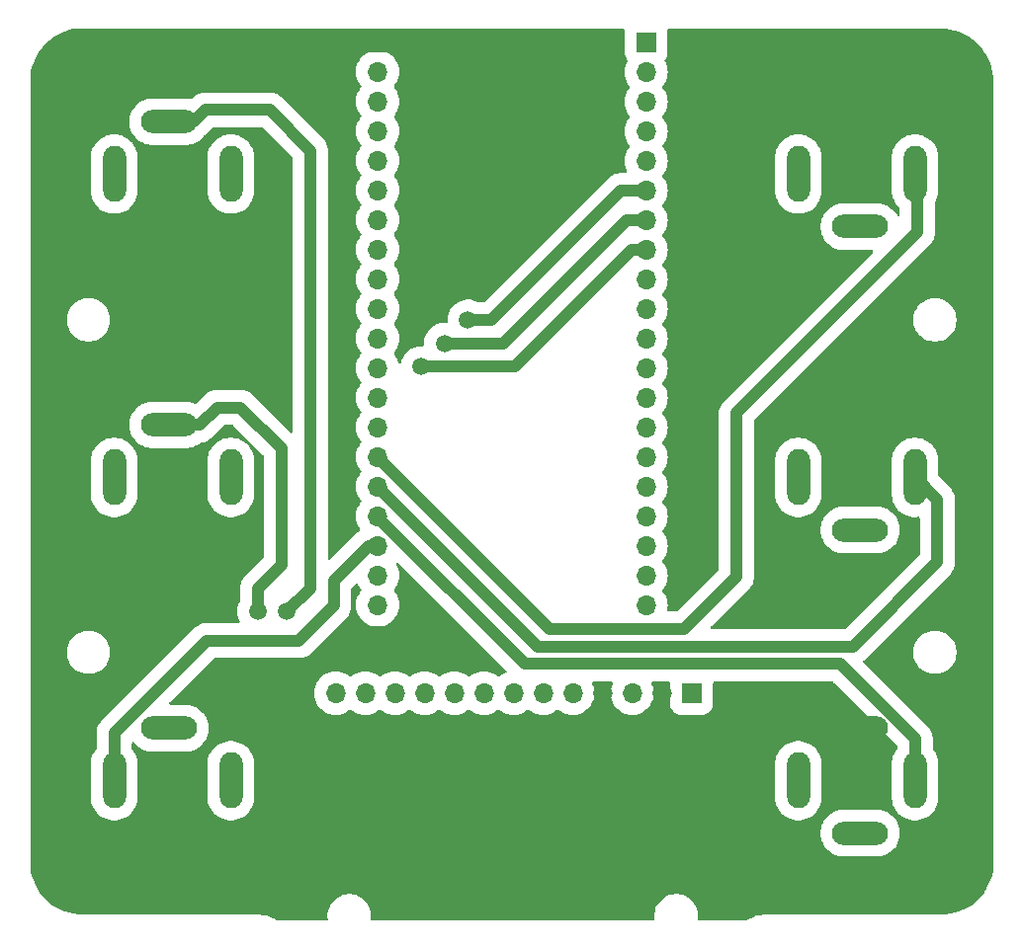
<source format=gbr>
%TF.GenerationSoftware,KiCad,Pcbnew,8.0.0*%
%TF.CreationDate,2024-04-08T20:49:20-04:00*%
%TF.ProjectId,Final Project,46696e61-6c20-4507-926f-6a6563742e6b,rev?*%
%TF.SameCoordinates,Original*%
%TF.FileFunction,Copper,L2,Bot*%
%TF.FilePolarity,Positive*%
%FSLAX46Y46*%
G04 Gerber Fmt 4.6, Leading zero omitted, Abs format (unit mm)*
G04 Created by KiCad (PCBNEW 8.0.0) date 2024-04-08 20:49:20*
%MOMM*%
%LPD*%
G01*
G04 APERTURE LIST*
%TA.AperFunction,ComponentPad*%
%ADD10O,2.000000X4.800000*%
%TD*%
%TA.AperFunction,ComponentPad*%
%ADD11O,4.800000X2.000000*%
%TD*%
%TA.AperFunction,ComponentPad*%
%ADD12R,1.700000X1.700000*%
%TD*%
%TA.AperFunction,ComponentPad*%
%ADD13O,1.700000X1.700000*%
%TD*%
%TA.AperFunction,ViaPad*%
%ADD14C,1.500000*%
%TD*%
%TA.AperFunction,Conductor*%
%ADD15C,1.000000*%
%TD*%
G04 APERTURE END LIST*
D10*
%TO.P,U5,1,C*%
%TO.N,Net-(U5-C)*%
X27200000Y-65500000D03*
%TO.P,U5,2,NO*%
%TO.N,GND*%
X31500000Y-65500000D03*
%TO.P,U5,3,NC*%
%TO.N,unconnected-(U5-NC-Pad3)*%
X37200000Y-65500000D03*
D11*
%TO.P,U5,4,-*%
%TO.N,GND*%
X31900000Y-70000000D03*
%TO.P,U5,5,+*%
%TO.N,Net-(U5-+)*%
X31900000Y-61000000D03*
%TD*%
D12*
%TO.P,LPC1,1,GND*%
%TO.N,GND*%
X49750000Y-28180000D03*
D13*
%TO.P,LPC1,2,VIN*%
%TO.N,unconnected-(LPC1-VIN-Pad2)*%
X49750000Y-30720000D03*
%TO.P,LPC1,3,VB*%
%TO.N,unconnected-(LPC1-VB-Pad3)*%
X49750000Y-33260000D03*
%TO.P,LPC1,4,nR*%
%TO.N,unconnected-(LPC1-nR-Pad4)*%
X49750000Y-35800000D03*
%TO.P,LPC1,5,mosi*%
%TO.N,Net-(LPC1-mosi-Pad5)*%
X49750000Y-38340000D03*
%TO.P,LPC1,6,miso*%
%TO.N,Net-(LPC1-miso-Pad6)*%
X49750000Y-40880000D03*
%TO.P,LPC1,7,sck*%
%TO.N,Net-(LPC1-sck)*%
X49750000Y-43420000D03*
%TO.P,LPC1,8*%
%TO.N,Net-(LPC1-Pad8)*%
X49750000Y-45960000D03*
%TO.P,LPC1,9,tx/sda*%
%TO.N,Net-(LPC1-tx{slash}sda)*%
X49750000Y-48500000D03*
%TO.P,LPC1,10,rx/scl*%
%TO.N,Net-(LPC1-rx{slash}scl)*%
X49750000Y-51040000D03*
%TO.P,LPC1,11,mosi*%
%TO.N,Net-(LPC1-mosi-Pad11)*%
X49750000Y-53580000D03*
%TO.P,LPC1,12,miso*%
%TO.N,Net-(LPC1-miso-Pad12)*%
X49750000Y-56120000D03*
%TO.P,LPC1,13,tx/sck*%
%TO.N,Net-(LPC1-tx{slash}sck)*%
X49750000Y-58660000D03*
%TO.P,LPC1,14,rx*%
%TO.N,Net-(LPC1-rx)*%
X49750000Y-61200000D03*
%TO.P,LPC1,15*%
%TO.N,Net-(U1-C)*%
X49750000Y-63740000D03*
%TO.P,LPC1,16*%
%TO.N,Net-(U2-C)*%
X49750000Y-66280000D03*
%TO.P,LPC1,17*%
%TO.N,Net-(U3-C)*%
X49750000Y-68820000D03*
%TO.P,LPC1,18*%
%TO.N,Net-(U4-C)*%
X49750000Y-71360000D03*
%TO.P,LPC1,19*%
%TO.N,Net-(U5-C)*%
X49750000Y-73900000D03*
%TO.P,LPC1,20*%
%TO.N,Net-(U6-C)*%
X49750000Y-76440000D03*
%TO.P,LPC1,21*%
%TO.N,Net-(LPC1-Pad21)*%
X72750000Y-76460000D03*
%TO.P,LPC1,22*%
%TO.N,Net-(LPC1-Pad22)*%
X72750000Y-73920000D03*
%TO.P,LPC1,23*%
%TO.N,Net-(LPC1-Pad23)*%
X72750000Y-71380000D03*
%TO.P,LPC1,24*%
%TO.N,Net-(LPC1-Pad24)*%
X72750000Y-68840000D03*
%TO.P,LPC1,25*%
%TO.N,Net-(LPC1-Pad25)*%
X72750000Y-66300000D03*
%TO.P,LPC1,26*%
%TO.N,Net-(LPC1-Pad26)*%
X72750000Y-63760000D03*
%TO.P,LPC1,27,scl/rx*%
%TO.N,Net-(LPC1-scl{slash}rx)*%
X72750000Y-61220000D03*
%TO.P,LPC1,28,sda/tx*%
%TO.N,Net-(LPC1-sda{slash}tx)*%
X72750000Y-58680000D03*
%TO.P,LPC1,29,td*%
%TO.N,unconnected-(LPC1-td-Pad29)*%
X72750000Y-56140000D03*
%TO.P,LPC1,30,rd*%
%TO.N,unconnected-(LPC1-rd-Pad30)*%
X72750000Y-53600000D03*
%TO.P,LPC1,31,D+*%
%TO.N,unconnected-(LPC1-D+-Pad31)*%
X72750000Y-51060000D03*
%TO.P,LPC1,32,D-*%
%TO.N,unconnected-(LPC1-D--Pad32)*%
X72750000Y-48520000D03*
%TO.P,LPC1,33,TD+*%
%TO.N,Net-(LPC1-TD+)*%
X72750000Y-45980000D03*
%TO.P,LPC1,34,TD-*%
%TO.N,Net-(LPC1-TD-)*%
X72750000Y-43440000D03*
%TO.P,LPC1,35,RD+*%
%TO.N,Net-(LPC1-RD+)*%
X72750000Y-40900000D03*
%TO.P,LPC1,36,RD-*%
%TO.N,Net-(LPC1-RD-)*%
X72750000Y-38360000D03*
%TO.P,LPC1,37,IF+*%
%TO.N,unconnected-(LPC1-IF+-Pad37)*%
X72750000Y-35820000D03*
%TO.P,LPC1,38,IF-*%
%TO.N,unconnected-(LPC1-IF--Pad38)*%
X72750000Y-33280000D03*
%TO.P,LPC1,39,VU*%
%TO.N,unconnected-(LPC1-VU-Pad39)*%
X72750000Y-30740000D03*
D12*
%TO.P,LPC1,40,VOUT*%
%TO.N,unconnected-(LPC1-VOUT-Pad40)*%
X72750000Y-28200000D03*
%TD*%
D10*
%TO.P,U3,1,C*%
%TO.N,Net-(U3-C)*%
X95800000Y-91500000D03*
%TO.P,U3,2,NO*%
%TO.N,GND*%
X91500000Y-91500000D03*
%TO.P,U3,3,NC*%
%TO.N,unconnected-(U3-NC-Pad3)*%
X85800000Y-91500000D03*
D11*
%TO.P,U3,4,-*%
%TO.N,GND*%
X91100000Y-87000000D03*
%TO.P,U3,5,+*%
%TO.N,Net-(U3-+)*%
X91100000Y-96000000D03*
%TD*%
D12*
%TO.P,U7,1,SH*%
%TO.N,unconnected-(U7-SH-Pad1)*%
X76640000Y-84000000D03*
D13*
%TO.P,U7,2,G-*%
%TO.N,GND*%
X74100000Y-84000000D03*
%TO.P,U7,3,G+*%
%TO.N,Net-(U7-G+)*%
X71560000Y-84000000D03*
%TO.P,U7,4,Y-*%
%TO.N,GND*%
X69020000Y-84000000D03*
%TO.P,U7,5,Y+*%
%TO.N,Net-(U7-Y+)*%
X66480000Y-84000000D03*
%TO.P,U7,6,P8*%
%TO.N,Net-(LPC1-RD-)*%
X63940000Y-84000000D03*
%TO.P,U7,7,P7*%
%TO.N,Net-(LPC1-RD+)*%
X61400000Y-84000000D03*
%TO.P,U7,8,P6*%
%TO.N,unconnected-(U7-P6-Pad8)*%
X58860000Y-84000000D03*
%TO.P,U7,9,P5*%
%TO.N,unconnected-(U7-P5-Pad9)*%
X56320000Y-84000000D03*
%TO.P,U7,10,P4*%
%TO.N,unconnected-(U7-P4-Pad10)*%
X53780000Y-84000000D03*
%TO.P,U7,11,P3*%
%TO.N,unconnected-(U7-P3-Pad11)*%
X51240000Y-84000000D03*
%TO.P,U7,12,P2*%
%TO.N,Net-(LPC1-TD-)*%
X48700000Y-84000000D03*
%TO.P,U7,13,P1*%
%TO.N,Net-(LPC1-TD+)*%
X46160000Y-84000000D03*
%TD*%
D10*
%TO.P,U4,1,C*%
%TO.N,Net-(U4-C)*%
X27200000Y-91500000D03*
%TO.P,U4,2,NO*%
%TO.N,GND*%
X31500000Y-91500000D03*
%TO.P,U4,3,NC*%
%TO.N,unconnected-(U4-NC-Pad3)*%
X37200000Y-91500000D03*
D11*
%TO.P,U4,4,-*%
%TO.N,GND*%
X31900000Y-96000000D03*
%TO.P,U4,5,+*%
%TO.N,Net-(U4-+)*%
X31900000Y-87000000D03*
%TD*%
D10*
%TO.P,U1,1,C*%
%TO.N,Net-(U1-C)*%
X95800000Y-39500000D03*
%TO.P,U1,2,NO*%
%TO.N,GND*%
X91500000Y-39500000D03*
%TO.P,U1,3,NC*%
%TO.N,unconnected-(U1-NC-Pad3)*%
X85800000Y-39500000D03*
D11*
%TO.P,U1,4,-*%
%TO.N,GND*%
X91100000Y-35000000D03*
%TO.P,U1,5,+*%
%TO.N,Net-(U1-+)*%
X91100000Y-44000000D03*
%TD*%
D10*
%TO.P,U6,1,C*%
%TO.N,Net-(U6-C)*%
X27200000Y-39500000D03*
%TO.P,U6,2,NO*%
%TO.N,GND*%
X31500000Y-39500000D03*
%TO.P,U6,3,NC*%
%TO.N,unconnected-(U6-NC-Pad3)*%
X37200000Y-39500000D03*
D11*
%TO.P,U6,4,-*%
%TO.N,GND*%
X31900000Y-44000000D03*
%TO.P,U6,5,+*%
%TO.N,Net-(U6-+)*%
X31900000Y-35000000D03*
%TD*%
D10*
%TO.P,U2,1,C*%
%TO.N,Net-(U2-C)*%
X95800000Y-65500000D03*
%TO.P,U2,2,NO*%
%TO.N,GND*%
X91500000Y-65500000D03*
%TO.P,U2,3,NC*%
%TO.N,unconnected-(U2-NC-Pad3)*%
X85800000Y-65500000D03*
D11*
%TO.P,U2,4,-*%
%TO.N,GND*%
X91100000Y-61000000D03*
%TO.P,U2,5,+*%
%TO.N,Net-(U2-+)*%
X91100000Y-70000000D03*
%TD*%
D14*
%TO.N,Net-(LPC1-RD+)*%
X57500000Y-52000000D03*
%TO.N,Net-(LPC1-TD-)*%
X55500000Y-54000000D03*
%TO.N,Net-(LPC1-TD+)*%
X53500000Y-56000000D03*
%TO.N,Net-(U5-+)*%
X39500000Y-77000000D03*
%TO.N,Net-(U6-+)*%
X42000000Y-77000000D03*
%TD*%
D15*
%TO.N,Net-(U4-C)*%
X49350000Y-71350000D02*
X49250000Y-71350000D01*
X49000000Y-71360000D02*
X49750000Y-71360000D01*
X35100000Y-79500000D02*
X43000000Y-79500000D01*
X43000000Y-79500000D02*
X46000000Y-76500000D01*
X27200000Y-90800000D02*
X27200000Y-87400000D01*
X46000000Y-76500000D02*
X46000000Y-74360000D01*
X46000000Y-74360000D02*
X49000000Y-71360000D01*
X27200000Y-87400000D02*
X35100000Y-79500000D01*
%TO.N,Net-(LPC1-RD+)*%
X57500000Y-52000000D02*
X59500000Y-52000000D01*
X59500000Y-52000000D02*
X70600000Y-40900000D01*
X70600000Y-40900000D02*
X72750000Y-40900000D01*
%TO.N,Net-(LPC1-TD-)*%
X55500000Y-54000000D02*
X60500000Y-54000000D01*
X71060000Y-43440000D02*
X72750000Y-43440000D01*
X60500000Y-54000000D02*
X71060000Y-43440000D01*
%TO.N,Net-(U1-C)*%
X96000000Y-40500000D02*
X96000000Y-44500000D01*
X76000000Y-78500000D02*
X64500000Y-78500000D01*
X80500000Y-74000000D02*
X76000000Y-78500000D01*
X80500000Y-60000000D02*
X80500000Y-74000000D01*
X96000000Y-44500000D02*
X80500000Y-60000000D01*
X64500000Y-78500000D02*
X49740000Y-63740000D01*
%TO.N,Net-(LPC1-TD+)*%
X53500000Y-56000000D02*
X61500000Y-56000000D01*
X61500000Y-56000000D02*
X71520000Y-45980000D01*
X71520000Y-45980000D02*
X72750000Y-45980000D01*
%TO.N,Net-(U3-C)*%
X89404163Y-81500000D02*
X62340000Y-81500000D01*
X62340000Y-81500000D02*
X49660000Y-68820000D01*
X95800000Y-87895837D02*
X89404163Y-81500000D01*
X95800000Y-91500000D02*
X95800000Y-87895837D01*
%TO.N,Net-(U5-+)*%
X41500000Y-73000000D02*
X41500000Y-63000000D01*
X39500000Y-77000000D02*
X39500000Y-75000000D01*
X41500000Y-63000000D02*
X38000000Y-59500000D01*
X36000000Y-59500000D02*
X34500000Y-61000000D01*
X34500000Y-61000000D02*
X31900000Y-61000000D01*
X38000000Y-59500000D02*
X36000000Y-59500000D01*
X39500000Y-75000000D02*
X41500000Y-73000000D01*
%TO.N,Net-(U6-+)*%
X44000000Y-75000000D02*
X44000000Y-37500000D01*
X42000000Y-77000000D02*
X44000000Y-75000000D01*
X40500000Y-34000000D02*
X35000000Y-34000000D01*
X44000000Y-37500000D02*
X40500000Y-34000000D01*
X35000000Y-34000000D02*
X34000000Y-35000000D01*
X34000000Y-35000000D02*
X31900000Y-35000000D01*
%TO.N,Net-(U2-C)*%
X96000000Y-65500000D02*
X95800000Y-65500000D01*
X95800000Y-65500000D02*
X97700000Y-67400000D01*
X97700000Y-67400000D02*
X97700000Y-72775614D01*
X63470000Y-80000000D02*
X49750000Y-66280000D01*
X97700000Y-72775614D02*
X90475614Y-80000000D01*
X90475614Y-80000000D02*
X63470000Y-80000000D01*
%TD*%
%TA.AperFunction,Conductor*%
%TO.N,GND*%
G36*
X70861935Y-27020185D02*
G01*
X70907690Y-27072989D01*
X70917634Y-27142147D01*
X70914111Y-27158613D01*
X70910114Y-27172581D01*
X70910113Y-27172581D01*
X70899500Y-27291966D01*
X70899500Y-29108028D01*
X70899501Y-29108034D01*
X70910113Y-29227415D01*
X70966089Y-29423045D01*
X70966090Y-29423047D01*
X70966091Y-29423049D01*
X71060302Y-29603407D01*
X71075593Y-29622160D01*
X71128551Y-29687108D01*
X71155660Y-29751505D01*
X71143651Y-29820334D01*
X71141282Y-29824895D01*
X71062426Y-29969309D01*
X70969921Y-30217326D01*
X70913658Y-30475965D01*
X70913657Y-30475972D01*
X70894773Y-30739998D01*
X70894773Y-30740001D01*
X70913657Y-31004027D01*
X70913658Y-31004034D01*
X70969921Y-31262673D01*
X71062426Y-31510690D01*
X71062428Y-31510694D01*
X71189280Y-31743005D01*
X71189285Y-31743013D01*
X71333520Y-31935690D01*
X71357937Y-32001155D01*
X71343085Y-32069427D01*
X71333520Y-32084310D01*
X71189285Y-32276986D01*
X71189280Y-32276994D01*
X71062428Y-32509305D01*
X71062426Y-32509309D01*
X70969921Y-32757326D01*
X70913658Y-33015965D01*
X70913657Y-33015972D01*
X70894773Y-33279998D01*
X70894773Y-33280001D01*
X70913657Y-33544027D01*
X70913658Y-33544034D01*
X70969921Y-33802673D01*
X71062426Y-34050690D01*
X71062428Y-34050694D01*
X71189280Y-34283005D01*
X71189285Y-34283013D01*
X71333520Y-34475690D01*
X71357937Y-34541155D01*
X71343085Y-34609427D01*
X71333520Y-34624310D01*
X71189285Y-34816986D01*
X71189280Y-34816994D01*
X71062428Y-35049305D01*
X71062426Y-35049309D01*
X70969921Y-35297326D01*
X70913658Y-35555965D01*
X70913657Y-35555972D01*
X70894773Y-35819998D01*
X70894773Y-35820001D01*
X70913657Y-36084027D01*
X70913658Y-36084034D01*
X70969921Y-36342673D01*
X71062426Y-36590690D01*
X71062428Y-36590694D01*
X71189280Y-36823005D01*
X71189285Y-36823013D01*
X71333520Y-37015690D01*
X71357937Y-37081155D01*
X71343085Y-37149427D01*
X71333520Y-37164310D01*
X71189285Y-37356986D01*
X71189280Y-37356994D01*
X71062428Y-37589305D01*
X71062426Y-37589309D01*
X70969921Y-37837326D01*
X70913658Y-38095965D01*
X70913657Y-38095972D01*
X70894773Y-38359998D01*
X70894773Y-38360001D01*
X70913657Y-38624027D01*
X70913658Y-38624034D01*
X70969921Y-38882673D01*
X71062426Y-39130690D01*
X71062428Y-39130694D01*
X71109049Y-39216073D01*
X71123901Y-39284346D01*
X71099484Y-39349810D01*
X71043551Y-39391682D01*
X71000217Y-39399500D01*
X70481903Y-39399500D01*
X70248631Y-39436446D01*
X70024003Y-39509433D01*
X69813563Y-39616659D01*
X69622496Y-39755476D01*
X69622491Y-39755480D01*
X58914792Y-50463181D01*
X58853469Y-50496666D01*
X58827111Y-50499500D01*
X58444889Y-50499500D01*
X58382291Y-50481119D01*
X58381728Y-50482095D01*
X58377708Y-50479775D01*
X58377704Y-50479772D01*
X58343252Y-50463181D01*
X58141325Y-50365938D01*
X58141327Y-50365938D01*
X57890623Y-50288606D01*
X57890619Y-50288605D01*
X57890615Y-50288604D01*
X57762577Y-50269305D01*
X57631187Y-50249500D01*
X57631182Y-50249500D01*
X57368818Y-50249500D01*
X57368812Y-50249500D01*
X57207247Y-50273853D01*
X57109385Y-50288604D01*
X57109382Y-50288605D01*
X57109376Y-50288606D01*
X56858673Y-50365938D01*
X56622303Y-50479767D01*
X56622302Y-50479768D01*
X56405520Y-50627567D01*
X56213198Y-50806014D01*
X56049614Y-51011143D01*
X55918432Y-51238356D01*
X55822582Y-51482578D01*
X55822576Y-51482597D01*
X55764197Y-51738374D01*
X55764196Y-51738379D01*
X55744592Y-51999995D01*
X55744592Y-52000004D01*
X55753302Y-52116234D01*
X55738683Y-52184557D01*
X55689445Y-52234130D01*
X55629649Y-52249500D01*
X55368812Y-52249500D01*
X55207247Y-52273853D01*
X55109385Y-52288604D01*
X55109382Y-52288605D01*
X55109376Y-52288606D01*
X54858673Y-52365938D01*
X54622303Y-52479767D01*
X54622302Y-52479768D01*
X54405520Y-52627567D01*
X54213198Y-52806014D01*
X54049614Y-53011143D01*
X53918432Y-53238356D01*
X53822582Y-53482578D01*
X53822576Y-53482597D01*
X53764197Y-53738374D01*
X53764196Y-53738379D01*
X53744592Y-53999995D01*
X53744592Y-54000004D01*
X53753302Y-54116234D01*
X53738683Y-54184557D01*
X53689445Y-54234130D01*
X53629649Y-54249500D01*
X53368812Y-54249500D01*
X53207247Y-54273853D01*
X53109385Y-54288604D01*
X53109382Y-54288605D01*
X53109376Y-54288606D01*
X52858673Y-54365938D01*
X52622303Y-54479767D01*
X52622302Y-54479768D01*
X52405520Y-54627567D01*
X52213198Y-54806014D01*
X52049614Y-55011143D01*
X51918432Y-55238356D01*
X51822582Y-55482578D01*
X51822577Y-55482595D01*
X51783834Y-55652340D01*
X51749725Y-55713318D01*
X51688064Y-55746176D01*
X51618427Y-55740481D01*
X51562923Y-55698041D01*
X51541777Y-55651105D01*
X51530078Y-55597326D01*
X51487279Y-55482578D01*
X51437574Y-55349311D01*
X51376988Y-55238357D01*
X51310719Y-55116994D01*
X51310714Y-55116986D01*
X51166479Y-54924310D01*
X51142062Y-54858846D01*
X51156914Y-54790573D01*
X51166479Y-54775690D01*
X51277362Y-54627567D01*
X51310716Y-54583011D01*
X51437574Y-54350689D01*
X51530077Y-54102678D01*
X51586343Y-53844026D01*
X51605227Y-53580000D01*
X51586343Y-53315974D01*
X51530077Y-53057322D01*
X51437574Y-52809311D01*
X51435776Y-52806019D01*
X51310719Y-52576994D01*
X51310714Y-52576986D01*
X51166479Y-52384310D01*
X51142062Y-52318846D01*
X51156914Y-52250573D01*
X51166479Y-52235690D01*
X51255902Y-52116234D01*
X51310716Y-52043011D01*
X51437574Y-51810689D01*
X51530077Y-51562678D01*
X51586343Y-51304026D01*
X51605227Y-51040000D01*
X51586343Y-50775974D01*
X51530077Y-50517322D01*
X51437574Y-50269311D01*
X51426756Y-50249500D01*
X51310719Y-50036994D01*
X51310714Y-50036986D01*
X51166479Y-49844310D01*
X51142062Y-49778846D01*
X51156914Y-49710573D01*
X51166479Y-49695690D01*
X51228263Y-49613155D01*
X51310716Y-49503011D01*
X51437574Y-49270689D01*
X51530077Y-49022678D01*
X51586343Y-48764026D01*
X51605227Y-48500000D01*
X51586343Y-48235974D01*
X51530077Y-47977322D01*
X51437574Y-47729311D01*
X51321635Y-47516986D01*
X51310719Y-47496994D01*
X51310714Y-47496986D01*
X51166479Y-47304310D01*
X51142062Y-47238846D01*
X51156914Y-47170573D01*
X51166479Y-47155690D01*
X51228263Y-47073155D01*
X51310716Y-46963011D01*
X51437574Y-46730689D01*
X51530077Y-46482678D01*
X51586343Y-46224026D01*
X51605227Y-45960000D01*
X51586343Y-45695974D01*
X51530077Y-45437322D01*
X51437574Y-45189311D01*
X51396343Y-45113803D01*
X51310719Y-44956994D01*
X51310714Y-44956986D01*
X51166479Y-44764310D01*
X51142062Y-44698846D01*
X51156914Y-44630573D01*
X51166479Y-44615690D01*
X51228263Y-44533155D01*
X51310716Y-44423011D01*
X51437574Y-44190689D01*
X51530077Y-43942678D01*
X51586343Y-43684026D01*
X51605227Y-43420000D01*
X51586343Y-43155974D01*
X51530077Y-42897322D01*
X51437574Y-42649311D01*
X51352067Y-42492718D01*
X51310719Y-42416994D01*
X51310714Y-42416986D01*
X51166479Y-42224310D01*
X51142062Y-42158846D01*
X51156914Y-42090573D01*
X51166479Y-42075690D01*
X51277882Y-41926872D01*
X51310716Y-41883011D01*
X51437574Y-41650689D01*
X51530077Y-41402678D01*
X51586343Y-41144026D01*
X51605227Y-40880000D01*
X51586343Y-40615974D01*
X51530077Y-40357322D01*
X51437574Y-40109311D01*
X51321635Y-39896986D01*
X51310719Y-39876994D01*
X51310714Y-39876986D01*
X51166479Y-39684310D01*
X51142062Y-39618846D01*
X51156914Y-39550573D01*
X51166479Y-39535690D01*
X51274281Y-39391682D01*
X51310716Y-39343011D01*
X51437574Y-39110689D01*
X51530077Y-38862678D01*
X51586343Y-38604026D01*
X51605227Y-38340000D01*
X51586343Y-38075974D01*
X51530077Y-37817322D01*
X51437574Y-37569311D01*
X51375472Y-37455581D01*
X51310719Y-37336994D01*
X51310714Y-37336986D01*
X51166479Y-37144310D01*
X51142062Y-37078846D01*
X51156914Y-37010573D01*
X51166479Y-36995690D01*
X51239313Y-36898394D01*
X51310716Y-36803011D01*
X51437574Y-36570689D01*
X51530077Y-36322678D01*
X51586343Y-36064026D01*
X51605227Y-35800000D01*
X51586343Y-35535974D01*
X51530077Y-35277322D01*
X51437574Y-35029311D01*
X51349967Y-34868872D01*
X51310719Y-34796994D01*
X51310714Y-34796986D01*
X51166479Y-34604310D01*
X51142062Y-34538846D01*
X51156914Y-34470573D01*
X51166479Y-34455690D01*
X51241427Y-34355571D01*
X51310716Y-34263011D01*
X51437574Y-34030689D01*
X51530077Y-33782678D01*
X51586343Y-33524026D01*
X51605227Y-33260000D01*
X51586343Y-32995974D01*
X51555781Y-32855482D01*
X51530078Y-32737326D01*
X51482376Y-32609432D01*
X51437574Y-32489311D01*
X51321635Y-32276986D01*
X51310719Y-32256994D01*
X51310714Y-32256986D01*
X51166479Y-32064310D01*
X51142062Y-31998846D01*
X51156914Y-31930573D01*
X51166479Y-31915690D01*
X51228263Y-31833155D01*
X51310716Y-31723011D01*
X51437574Y-31490689D01*
X51530077Y-31242678D01*
X51586343Y-30984026D01*
X51605227Y-30720000D01*
X51586343Y-30455974D01*
X51530077Y-30197322D01*
X51437574Y-29949311D01*
X51369637Y-29824895D01*
X51310719Y-29716994D01*
X51310714Y-29716986D01*
X51152093Y-29505092D01*
X51152077Y-29505074D01*
X50964925Y-29317922D01*
X50964907Y-29317906D01*
X50753013Y-29159285D01*
X50753005Y-29159280D01*
X50520694Y-29032428D01*
X50520690Y-29032426D01*
X50272673Y-28939921D01*
X50014034Y-28883658D01*
X50014027Y-28883657D01*
X49750001Y-28864773D01*
X49749999Y-28864773D01*
X49485972Y-28883657D01*
X49485965Y-28883658D01*
X49227326Y-28939921D01*
X48979309Y-29032426D01*
X48979305Y-29032428D01*
X48746994Y-29159280D01*
X48746986Y-29159285D01*
X48535092Y-29317906D01*
X48535074Y-29317922D01*
X48347922Y-29505074D01*
X48347906Y-29505092D01*
X48189285Y-29716986D01*
X48189280Y-29716994D01*
X48062428Y-29949305D01*
X48062426Y-29949309D01*
X47969921Y-30197326D01*
X47913658Y-30455965D01*
X47913657Y-30455972D01*
X47894773Y-30719998D01*
X47894773Y-30720001D01*
X47913657Y-30984027D01*
X47913658Y-30984034D01*
X47969921Y-31242673D01*
X48062426Y-31490690D01*
X48062428Y-31490694D01*
X48189280Y-31723005D01*
X48189285Y-31723013D01*
X48333520Y-31915690D01*
X48357937Y-31981155D01*
X48343085Y-32049427D01*
X48333520Y-32064310D01*
X48189285Y-32256986D01*
X48189280Y-32256994D01*
X48062428Y-32489305D01*
X48062426Y-32489309D01*
X47969921Y-32737326D01*
X47913658Y-32995965D01*
X47913657Y-32995972D01*
X47894773Y-33259998D01*
X47894773Y-33260001D01*
X47913657Y-33524027D01*
X47913658Y-33524034D01*
X47969921Y-33782673D01*
X48062426Y-34030690D01*
X48062428Y-34030694D01*
X48189280Y-34263005D01*
X48189285Y-34263013D01*
X48333520Y-34455690D01*
X48357937Y-34521155D01*
X48343085Y-34589427D01*
X48333520Y-34604310D01*
X48189285Y-34796986D01*
X48189280Y-34796994D01*
X48062428Y-35029305D01*
X48062426Y-35029309D01*
X47969921Y-35277326D01*
X47913658Y-35535965D01*
X47913657Y-35535972D01*
X47894773Y-35799998D01*
X47894773Y-35800001D01*
X47913657Y-36064027D01*
X47913658Y-36064034D01*
X47969921Y-36322673D01*
X48062426Y-36570690D01*
X48062428Y-36570694D01*
X48189280Y-36803005D01*
X48189285Y-36803013D01*
X48333520Y-36995690D01*
X48357937Y-37061155D01*
X48343085Y-37129427D01*
X48333520Y-37144310D01*
X48189285Y-37336986D01*
X48189280Y-37336994D01*
X48062428Y-37569305D01*
X48062426Y-37569309D01*
X47969921Y-37817326D01*
X47913658Y-38075965D01*
X47913657Y-38075972D01*
X47894773Y-38339998D01*
X47894773Y-38340001D01*
X47913657Y-38604027D01*
X47913658Y-38604034D01*
X47969921Y-38862673D01*
X48062426Y-39110690D01*
X48062428Y-39110694D01*
X48189280Y-39343005D01*
X48189285Y-39343013D01*
X48333520Y-39535690D01*
X48357937Y-39601155D01*
X48343085Y-39669427D01*
X48333520Y-39684310D01*
X48189285Y-39876986D01*
X48189280Y-39876994D01*
X48062428Y-40109305D01*
X48062426Y-40109309D01*
X47969921Y-40357326D01*
X47913658Y-40615965D01*
X47913657Y-40615972D01*
X47894773Y-40879998D01*
X47894773Y-40880001D01*
X47913657Y-41144027D01*
X47913658Y-41144034D01*
X47969921Y-41402673D01*
X48062426Y-41650690D01*
X48062428Y-41650694D01*
X48189280Y-41883005D01*
X48189285Y-41883013D01*
X48333520Y-42075690D01*
X48357937Y-42141155D01*
X48343085Y-42209427D01*
X48333520Y-42224310D01*
X48189285Y-42416986D01*
X48189280Y-42416994D01*
X48062428Y-42649305D01*
X48062426Y-42649309D01*
X47969921Y-42897326D01*
X47913658Y-43155965D01*
X47913657Y-43155972D01*
X47894773Y-43419998D01*
X47894773Y-43420001D01*
X47913657Y-43684027D01*
X47913658Y-43684034D01*
X47969921Y-43942673D01*
X48062426Y-44190690D01*
X48062428Y-44190694D01*
X48189280Y-44423005D01*
X48189285Y-44423013D01*
X48333520Y-44615690D01*
X48357937Y-44681155D01*
X48343085Y-44749427D01*
X48333520Y-44764310D01*
X48189285Y-44956986D01*
X48189280Y-44956994D01*
X48062428Y-45189305D01*
X48062426Y-45189309D01*
X47969921Y-45437326D01*
X47913658Y-45695965D01*
X47913657Y-45695972D01*
X47894773Y-45959998D01*
X47894773Y-45960001D01*
X47913657Y-46224027D01*
X47913658Y-46224034D01*
X47969921Y-46482673D01*
X48062426Y-46730690D01*
X48062428Y-46730694D01*
X48189280Y-46963005D01*
X48189285Y-46963013D01*
X48333520Y-47155690D01*
X48357937Y-47221155D01*
X48343085Y-47289427D01*
X48333520Y-47304310D01*
X48189285Y-47496986D01*
X48189280Y-47496994D01*
X48062428Y-47729305D01*
X48062426Y-47729309D01*
X47969921Y-47977326D01*
X47913658Y-48235965D01*
X47913657Y-48235972D01*
X47894773Y-48499998D01*
X47894773Y-48500001D01*
X47913657Y-48764027D01*
X47913658Y-48764034D01*
X47969921Y-49022673D01*
X48062426Y-49270690D01*
X48062428Y-49270694D01*
X48189280Y-49503005D01*
X48189285Y-49503013D01*
X48333520Y-49695690D01*
X48357937Y-49761155D01*
X48343085Y-49829427D01*
X48333520Y-49844310D01*
X48189285Y-50036986D01*
X48189280Y-50036994D01*
X48062428Y-50269305D01*
X48062426Y-50269309D01*
X47969921Y-50517326D01*
X47913658Y-50775965D01*
X47913657Y-50775972D01*
X47894773Y-51039998D01*
X47894773Y-51040001D01*
X47913657Y-51304027D01*
X47913658Y-51304034D01*
X47969921Y-51562673D01*
X48062426Y-51810690D01*
X48062428Y-51810694D01*
X48189280Y-52043005D01*
X48189285Y-52043013D01*
X48333520Y-52235690D01*
X48357937Y-52301155D01*
X48343085Y-52369427D01*
X48333520Y-52384310D01*
X48189285Y-52576986D01*
X48189280Y-52576994D01*
X48062428Y-52809305D01*
X48062426Y-52809309D01*
X47969921Y-53057326D01*
X47913658Y-53315965D01*
X47913657Y-53315972D01*
X47894773Y-53579998D01*
X47894773Y-53580001D01*
X47913657Y-53844027D01*
X47913658Y-53844034D01*
X47969921Y-54102673D01*
X48062426Y-54350690D01*
X48062428Y-54350694D01*
X48189280Y-54583005D01*
X48189285Y-54583013D01*
X48333520Y-54775690D01*
X48357937Y-54841155D01*
X48343085Y-54909427D01*
X48333520Y-54924310D01*
X48189285Y-55116986D01*
X48189280Y-55116994D01*
X48062428Y-55349305D01*
X48062426Y-55349309D01*
X47969921Y-55597326D01*
X47913658Y-55855965D01*
X47913657Y-55855972D01*
X47894773Y-56119998D01*
X47894773Y-56120001D01*
X47913657Y-56384027D01*
X47913658Y-56384034D01*
X47969921Y-56642673D01*
X48062426Y-56890690D01*
X48062428Y-56890694D01*
X48189280Y-57123005D01*
X48189285Y-57123013D01*
X48333520Y-57315690D01*
X48357937Y-57381155D01*
X48343085Y-57449427D01*
X48333520Y-57464310D01*
X48189285Y-57656986D01*
X48189280Y-57656994D01*
X48062428Y-57889305D01*
X48062426Y-57889309D01*
X47969921Y-58137326D01*
X47913658Y-58395965D01*
X47913657Y-58395972D01*
X47894773Y-58659998D01*
X47894773Y-58660001D01*
X47913657Y-58924027D01*
X47913658Y-58924034D01*
X47969921Y-59182673D01*
X48062426Y-59430690D01*
X48062428Y-59430694D01*
X48189280Y-59663005D01*
X48189285Y-59663013D01*
X48333520Y-59855690D01*
X48357937Y-59921155D01*
X48343085Y-59989427D01*
X48333520Y-60004310D01*
X48189285Y-60196986D01*
X48189280Y-60196994D01*
X48062428Y-60429305D01*
X48062426Y-60429309D01*
X47969921Y-60677326D01*
X47913658Y-60935965D01*
X47913657Y-60935972D01*
X47894773Y-61199998D01*
X47894773Y-61200001D01*
X47913657Y-61464027D01*
X47913658Y-61464034D01*
X47969921Y-61722673D01*
X48062426Y-61970690D01*
X48062428Y-61970694D01*
X48189280Y-62203005D01*
X48189285Y-62203013D01*
X48333520Y-62395690D01*
X48357937Y-62461155D01*
X48343085Y-62529427D01*
X48333520Y-62544310D01*
X48189285Y-62736986D01*
X48189280Y-62736994D01*
X48062428Y-62969305D01*
X48062426Y-62969309D01*
X47969921Y-63217326D01*
X47913658Y-63475965D01*
X47913657Y-63475972D01*
X47894773Y-63739998D01*
X47894773Y-63740001D01*
X47913657Y-64004027D01*
X47913658Y-64004034D01*
X47969921Y-64262673D01*
X48062426Y-64510690D01*
X48062428Y-64510694D01*
X48189280Y-64743005D01*
X48189285Y-64743013D01*
X48333520Y-64935690D01*
X48357937Y-65001155D01*
X48343085Y-65069427D01*
X48333520Y-65084310D01*
X48189285Y-65276986D01*
X48189280Y-65276994D01*
X48062428Y-65509305D01*
X48062426Y-65509309D01*
X47969921Y-65757326D01*
X47913658Y-66015965D01*
X47913657Y-66015972D01*
X47894773Y-66279998D01*
X47894773Y-66280001D01*
X47913657Y-66544027D01*
X47913658Y-66544034D01*
X47969921Y-66802673D01*
X48062426Y-67050690D01*
X48062428Y-67050694D01*
X48189280Y-67283005D01*
X48189285Y-67283013D01*
X48333520Y-67475690D01*
X48357937Y-67541155D01*
X48343085Y-67609427D01*
X48333520Y-67624310D01*
X48189285Y-67816986D01*
X48189280Y-67816994D01*
X48062428Y-68049305D01*
X48062426Y-68049309D01*
X47969921Y-68297326D01*
X47913658Y-68555965D01*
X47913657Y-68555972D01*
X47894773Y-68819998D01*
X47894773Y-68820001D01*
X47913657Y-69084027D01*
X47913658Y-69084034D01*
X47969921Y-69342673D01*
X48062426Y-69590690D01*
X48062428Y-69590694D01*
X48189280Y-69823005D01*
X48189285Y-69823013D01*
X48245536Y-69898156D01*
X48269953Y-69963621D01*
X48255101Y-70031893D01*
X48216530Y-70072447D01*
X48217508Y-70073793D01*
X48022496Y-70215476D01*
X48022491Y-70215480D01*
X45712181Y-72525791D01*
X45650858Y-72559276D01*
X45581166Y-72554292D01*
X45525233Y-72512420D01*
X45500816Y-72446956D01*
X45500500Y-72438110D01*
X45500500Y-37381902D01*
X45463553Y-37148631D01*
X45420357Y-37015690D01*
X45414282Y-36996992D01*
X45410775Y-36986197D01*
X45390570Y-36924012D01*
X45390568Y-36924006D01*
X45335933Y-36816781D01*
X45283343Y-36713566D01*
X45144517Y-36522490D01*
X41477510Y-32855483D01*
X41286434Y-32716657D01*
X41075996Y-32609433D01*
X40851368Y-32536446D01*
X40618097Y-32499500D01*
X40618092Y-32499500D01*
X34881908Y-32499500D01*
X34881903Y-32499500D01*
X34751989Y-32520077D01*
X34648631Y-32536447D01*
X34424003Y-32609433D01*
X34213563Y-32716659D01*
X34022497Y-32855475D01*
X33862504Y-33015467D01*
X33801180Y-33048951D01*
X33742730Y-33047560D01*
X33691116Y-33033730D01*
X33658616Y-33029451D01*
X33431127Y-32999500D01*
X33431120Y-32999500D01*
X30368880Y-32999500D01*
X30368872Y-32999500D01*
X30137772Y-33029926D01*
X30108884Y-33033730D01*
X29988118Y-33066089D01*
X29855581Y-33101602D01*
X29855571Y-33101605D01*
X29613309Y-33201953D01*
X29613299Y-33201958D01*
X29386196Y-33333075D01*
X29178148Y-33492718D01*
X28992718Y-33678148D01*
X28833075Y-33886196D01*
X28701958Y-34113299D01*
X28701953Y-34113309D01*
X28601605Y-34355571D01*
X28601602Y-34355581D01*
X28538944Y-34589427D01*
X28533730Y-34608885D01*
X28499500Y-34868872D01*
X28499500Y-35131127D01*
X28518748Y-35277322D01*
X28533730Y-35391116D01*
X28601602Y-35644418D01*
X28601605Y-35644428D01*
X28701953Y-35886690D01*
X28701958Y-35886700D01*
X28833075Y-36113803D01*
X28992718Y-36321851D01*
X28992726Y-36321860D01*
X29178140Y-36507274D01*
X29178148Y-36507281D01*
X29386196Y-36666924D01*
X29613299Y-36798041D01*
X29613309Y-36798046D01*
X29855571Y-36898394D01*
X29855581Y-36898398D01*
X30108884Y-36966270D01*
X30368880Y-37000500D01*
X30368887Y-37000500D01*
X33431113Y-37000500D01*
X33431120Y-37000500D01*
X33691116Y-36966270D01*
X33944419Y-36898398D01*
X34126434Y-36823005D01*
X34186690Y-36798046D01*
X34186691Y-36798045D01*
X34186697Y-36798043D01*
X34413803Y-36666924D01*
X34621851Y-36507282D01*
X34621855Y-36507277D01*
X34621860Y-36507274D01*
X34807277Y-36321856D01*
X34807281Y-36321852D01*
X34822550Y-36301953D01*
X34889385Y-36214851D01*
X34914863Y-36190031D01*
X34977510Y-36144517D01*
X35585209Y-35536819D01*
X35646532Y-35503334D01*
X35672890Y-35500500D01*
X39827111Y-35500500D01*
X39894150Y-35520185D01*
X39914792Y-35536819D01*
X42463181Y-38085208D01*
X42496666Y-38146531D01*
X42499500Y-38172889D01*
X42499500Y-61578111D01*
X42479815Y-61645150D01*
X42427011Y-61690905D01*
X42357853Y-61700849D01*
X42294297Y-61671824D01*
X42287819Y-61665792D01*
X38977511Y-58355484D01*
X38786434Y-58216657D01*
X38575996Y-58109433D01*
X38351368Y-58036446D01*
X38118097Y-57999500D01*
X38118092Y-57999500D01*
X35881908Y-57999500D01*
X35881903Y-57999500D01*
X35648631Y-58036446D01*
X35531083Y-58074641D01*
X35502255Y-58084008D01*
X35502254Y-58084008D01*
X35424012Y-58109429D01*
X35213565Y-58216657D01*
X35022488Y-58355484D01*
X35022487Y-58355485D01*
X34237730Y-59140241D01*
X34176407Y-59173726D01*
X34106715Y-59168742D01*
X34102596Y-59167121D01*
X33944428Y-59101605D01*
X33944421Y-59101603D01*
X33944419Y-59101602D01*
X33691116Y-59033730D01*
X33633339Y-59026123D01*
X33431127Y-58999500D01*
X33431120Y-58999500D01*
X30368880Y-58999500D01*
X30368872Y-58999500D01*
X30137772Y-59029926D01*
X30108884Y-59033730D01*
X29855581Y-59101602D01*
X29855571Y-59101605D01*
X29613309Y-59201953D01*
X29613299Y-59201958D01*
X29386196Y-59333075D01*
X29178148Y-59492718D01*
X28992718Y-59678148D01*
X28833075Y-59886196D01*
X28701958Y-60113299D01*
X28701953Y-60113309D01*
X28601605Y-60355571D01*
X28601602Y-60355581D01*
X28533730Y-60608884D01*
X28529926Y-60637772D01*
X28499500Y-60868872D01*
X28499500Y-61131127D01*
X28526123Y-61333339D01*
X28533730Y-61391116D01*
X28583835Y-61578111D01*
X28601602Y-61644418D01*
X28601605Y-61644428D01*
X28701953Y-61886690D01*
X28701958Y-61886700D01*
X28833075Y-62113803D01*
X28992718Y-62321851D01*
X28992726Y-62321860D01*
X29178140Y-62507274D01*
X29178148Y-62507281D01*
X29386196Y-62666924D01*
X29613299Y-62798041D01*
X29613309Y-62798046D01*
X29855571Y-62898394D01*
X29855581Y-62898398D01*
X30108884Y-62966270D01*
X30368880Y-63000500D01*
X30368887Y-63000500D01*
X33431113Y-63000500D01*
X33431120Y-63000500D01*
X33691116Y-62966270D01*
X33944419Y-62898398D01*
X34186697Y-62798043D01*
X34413803Y-62666924D01*
X34608984Y-62517154D01*
X34665065Y-62493059D01*
X34851368Y-62463553D01*
X35075992Y-62390568D01*
X35286434Y-62283343D01*
X35477510Y-62144517D01*
X36585208Y-61036819D01*
X36646531Y-61003334D01*
X36672889Y-61000500D01*
X37327111Y-61000500D01*
X37394150Y-61020185D01*
X37414792Y-61036819D01*
X39963181Y-63585208D01*
X39996666Y-63646531D01*
X39999500Y-63672889D01*
X39999500Y-72327111D01*
X39979815Y-72394150D01*
X39963181Y-72414792D01*
X38355485Y-74022487D01*
X38355484Y-74022488D01*
X38216657Y-74213565D01*
X38110121Y-74422656D01*
X38110113Y-74422670D01*
X38109431Y-74424006D01*
X38036447Y-74648627D01*
X38036447Y-74648630D01*
X37999500Y-74881902D01*
X37999500Y-76064717D01*
X37982887Y-76126717D01*
X37918432Y-76238356D01*
X37822582Y-76482578D01*
X37822576Y-76482597D01*
X37764197Y-76738374D01*
X37764196Y-76738379D01*
X37744592Y-76999995D01*
X37744592Y-77000004D01*
X37764196Y-77261620D01*
X37764197Y-77261625D01*
X37822576Y-77517402D01*
X37822582Y-77517421D01*
X37918431Y-77761641D01*
X37948372Y-77813501D01*
X37964844Y-77881401D01*
X37941991Y-77947428D01*
X37887069Y-77990618D01*
X37840984Y-77999500D01*
X34981903Y-77999500D01*
X34748634Y-78036446D01*
X34524005Y-78109433D01*
X34313565Y-78216657D01*
X34122488Y-78355484D01*
X26055484Y-86422488D01*
X25916657Y-86613565D01*
X25898790Y-86648632D01*
X25809434Y-86824003D01*
X25736446Y-87048631D01*
X25699500Y-87281902D01*
X25699500Y-88727218D01*
X25679815Y-88794257D01*
X25673882Y-88802695D01*
X25617697Y-88875916D01*
X25533072Y-88986201D01*
X25401958Y-89213299D01*
X25401953Y-89213309D01*
X25301605Y-89455571D01*
X25301602Y-89455581D01*
X25233730Y-89708885D01*
X25199500Y-89968872D01*
X25199500Y-93031127D01*
X25226123Y-93233339D01*
X25233730Y-93291116D01*
X25301602Y-93544418D01*
X25301605Y-93544428D01*
X25401953Y-93786690D01*
X25401958Y-93786700D01*
X25533075Y-94013803D01*
X25692718Y-94221851D01*
X25692726Y-94221860D01*
X25878140Y-94407274D01*
X25878148Y-94407281D01*
X26086196Y-94566924D01*
X26313299Y-94698041D01*
X26313309Y-94698046D01*
X26555571Y-94798394D01*
X26555581Y-94798398D01*
X26808884Y-94866270D01*
X27068880Y-94900500D01*
X27068887Y-94900500D01*
X27331113Y-94900500D01*
X27331120Y-94900500D01*
X27591116Y-94866270D01*
X27844419Y-94798398D01*
X28086697Y-94698043D01*
X28313803Y-94566924D01*
X28521851Y-94407282D01*
X28521855Y-94407277D01*
X28521860Y-94407274D01*
X28707274Y-94221860D01*
X28707277Y-94221855D01*
X28707282Y-94221851D01*
X28866924Y-94013803D01*
X28998043Y-93786697D01*
X29098398Y-93544419D01*
X29166270Y-93291116D01*
X29200499Y-93031127D01*
X35199500Y-93031127D01*
X35226123Y-93233339D01*
X35233730Y-93291116D01*
X35301602Y-93544418D01*
X35301605Y-93544428D01*
X35401953Y-93786690D01*
X35401958Y-93786700D01*
X35533075Y-94013803D01*
X35692718Y-94221851D01*
X35692726Y-94221860D01*
X35878140Y-94407274D01*
X35878148Y-94407281D01*
X36086196Y-94566924D01*
X36313299Y-94698041D01*
X36313309Y-94698046D01*
X36555571Y-94798394D01*
X36555581Y-94798398D01*
X36808884Y-94866270D01*
X37068880Y-94900500D01*
X37068887Y-94900500D01*
X37331113Y-94900500D01*
X37331120Y-94900500D01*
X37591116Y-94866270D01*
X37844419Y-94798398D01*
X38086697Y-94698043D01*
X38313803Y-94566924D01*
X38521851Y-94407282D01*
X38521855Y-94407277D01*
X38521860Y-94407274D01*
X38707274Y-94221860D01*
X38707277Y-94221855D01*
X38707282Y-94221851D01*
X38866924Y-94013803D01*
X38998043Y-93786697D01*
X39098398Y-93544419D01*
X39166270Y-93291116D01*
X39200499Y-93031127D01*
X83799500Y-93031127D01*
X83826123Y-93233339D01*
X83833730Y-93291116D01*
X83901602Y-93544418D01*
X83901605Y-93544428D01*
X84001953Y-93786690D01*
X84001958Y-93786700D01*
X84133075Y-94013803D01*
X84292718Y-94221851D01*
X84292726Y-94221860D01*
X84478140Y-94407274D01*
X84478148Y-94407281D01*
X84686196Y-94566924D01*
X84913299Y-94698041D01*
X84913309Y-94698046D01*
X85155571Y-94798394D01*
X85155581Y-94798398D01*
X85408884Y-94866270D01*
X85668880Y-94900500D01*
X85668887Y-94900500D01*
X85931113Y-94900500D01*
X85931120Y-94900500D01*
X86191116Y-94866270D01*
X86444419Y-94798398D01*
X86686697Y-94698043D01*
X86913803Y-94566924D01*
X87121851Y-94407282D01*
X87121855Y-94407277D01*
X87121860Y-94407274D01*
X87307274Y-94221860D01*
X87307277Y-94221855D01*
X87307282Y-94221851D01*
X87466924Y-94013803D01*
X87598043Y-93786697D01*
X87698398Y-93544419D01*
X87766270Y-93291116D01*
X87800500Y-93031120D01*
X87800500Y-89968880D01*
X87766270Y-89708884D01*
X87698398Y-89455581D01*
X87698394Y-89455571D01*
X87598046Y-89213309D01*
X87598041Y-89213299D01*
X87466924Y-88986196D01*
X87326125Y-88802705D01*
X87307282Y-88778149D01*
X87307281Y-88778148D01*
X87307274Y-88778140D01*
X87121860Y-88592726D01*
X87121851Y-88592718D01*
X86913803Y-88433075D01*
X86686700Y-88301958D01*
X86686690Y-88301953D01*
X86444428Y-88201605D01*
X86444421Y-88201603D01*
X86444419Y-88201602D01*
X86191116Y-88133730D01*
X86133339Y-88126123D01*
X85931127Y-88099500D01*
X85931120Y-88099500D01*
X85668880Y-88099500D01*
X85668872Y-88099500D01*
X85437772Y-88129926D01*
X85408884Y-88133730D01*
X85155581Y-88201602D01*
X85155571Y-88201605D01*
X84913309Y-88301953D01*
X84913299Y-88301958D01*
X84686196Y-88433075D01*
X84478148Y-88592718D01*
X84292718Y-88778148D01*
X84133075Y-88986196D01*
X84001958Y-89213299D01*
X84001953Y-89213309D01*
X83901605Y-89455571D01*
X83901602Y-89455581D01*
X83833730Y-89708885D01*
X83799500Y-89968872D01*
X83799500Y-93031127D01*
X39200499Y-93031127D01*
X39200500Y-93031120D01*
X39200500Y-89968880D01*
X39166270Y-89708884D01*
X39098398Y-89455581D01*
X39098394Y-89455571D01*
X38998046Y-89213309D01*
X38998041Y-89213299D01*
X38866924Y-88986196D01*
X38726125Y-88802705D01*
X38707282Y-88778149D01*
X38707281Y-88778148D01*
X38707274Y-88778140D01*
X38521860Y-88592726D01*
X38521851Y-88592718D01*
X38313803Y-88433075D01*
X38086700Y-88301958D01*
X38086690Y-88301953D01*
X37844428Y-88201605D01*
X37844421Y-88201603D01*
X37844419Y-88201602D01*
X37591116Y-88133730D01*
X37533339Y-88126123D01*
X37331127Y-88099500D01*
X37331120Y-88099500D01*
X37068880Y-88099500D01*
X37068872Y-88099500D01*
X36837772Y-88129926D01*
X36808884Y-88133730D01*
X36555581Y-88201602D01*
X36555571Y-88201605D01*
X36313309Y-88301953D01*
X36313299Y-88301958D01*
X36086196Y-88433075D01*
X35878148Y-88592718D01*
X35692718Y-88778148D01*
X35533075Y-88986196D01*
X35401958Y-89213299D01*
X35401953Y-89213309D01*
X35301605Y-89455571D01*
X35301602Y-89455581D01*
X35233730Y-89708885D01*
X35199500Y-89968872D01*
X35199500Y-93031127D01*
X29200499Y-93031127D01*
X29200500Y-93031120D01*
X29200500Y-89968880D01*
X29166270Y-89708884D01*
X29098398Y-89455581D01*
X29098394Y-89455571D01*
X28998046Y-89213309D01*
X28998041Y-89213299D01*
X28866927Y-88986201D01*
X28851633Y-88966270D01*
X28726123Y-88802703D01*
X28700930Y-88737536D01*
X28700500Y-88727218D01*
X28700500Y-88306317D01*
X28720185Y-88239278D01*
X28772989Y-88193523D01*
X28842147Y-88183579D01*
X28905703Y-88212604D01*
X28922868Y-88230822D01*
X28992718Y-88321851D01*
X28992722Y-88321855D01*
X28992726Y-88321860D01*
X29178140Y-88507274D01*
X29178148Y-88507281D01*
X29386196Y-88666924D01*
X29613299Y-88798041D01*
X29613309Y-88798046D01*
X29855571Y-88898394D01*
X29855581Y-88898398D01*
X30108884Y-88966270D01*
X30368880Y-89000500D01*
X30368887Y-89000500D01*
X33431113Y-89000500D01*
X33431120Y-89000500D01*
X33691116Y-88966270D01*
X33944419Y-88898398D01*
X34186697Y-88798043D01*
X34413803Y-88666924D01*
X34621851Y-88507282D01*
X34621855Y-88507277D01*
X34621860Y-88507274D01*
X34807274Y-88321860D01*
X34807277Y-88321855D01*
X34807282Y-88321851D01*
X34966924Y-88113803D01*
X35098043Y-87886697D01*
X35198398Y-87644419D01*
X35266270Y-87391116D01*
X35300500Y-87131120D01*
X35300500Y-86868880D01*
X35266270Y-86608884D01*
X35198398Y-86355581D01*
X35198394Y-86355571D01*
X35098046Y-86113309D01*
X35098041Y-86113299D01*
X34966924Y-85886196D01*
X34816144Y-85689698D01*
X34807282Y-85678149D01*
X34807281Y-85678148D01*
X34807274Y-85678140D01*
X34621860Y-85492726D01*
X34621851Y-85492718D01*
X34413803Y-85333075D01*
X34186700Y-85201958D01*
X34186690Y-85201953D01*
X33944428Y-85101605D01*
X33944421Y-85101603D01*
X33944419Y-85101602D01*
X33691116Y-85033730D01*
X33633339Y-85026123D01*
X33431127Y-84999500D01*
X33431120Y-84999500D01*
X32021889Y-84999500D01*
X31954850Y-84979815D01*
X31909095Y-84927011D01*
X31899151Y-84857853D01*
X31928176Y-84794297D01*
X31934208Y-84787819D01*
X35685208Y-81036819D01*
X35746531Y-81003334D01*
X35772889Y-81000500D01*
X43118097Y-81000500D01*
X43351368Y-80963553D01*
X43575992Y-80890568D01*
X43786434Y-80783343D01*
X43977510Y-80644517D01*
X47144518Y-77477510D01*
X47283343Y-77286433D01*
X47390568Y-77075992D01*
X47463553Y-76851368D01*
X47481449Y-76738379D01*
X47500500Y-76618097D01*
X47500500Y-75032889D01*
X47520185Y-74965850D01*
X47536819Y-74945208D01*
X47695593Y-74786434D01*
X47857783Y-74624243D01*
X47919104Y-74590760D01*
X47988795Y-74595744D01*
X48044729Y-74637615D01*
X48061642Y-74668587D01*
X48062426Y-74670690D01*
X48062428Y-74670694D01*
X48189280Y-74903005D01*
X48189285Y-74903013D01*
X48333520Y-75095690D01*
X48357937Y-75161155D01*
X48343085Y-75229427D01*
X48333520Y-75244310D01*
X48189285Y-75436986D01*
X48189280Y-75436994D01*
X48062428Y-75669305D01*
X48062426Y-75669309D01*
X47969921Y-75917326D01*
X47913658Y-76175965D01*
X47913657Y-76175972D01*
X47894773Y-76439998D01*
X47894773Y-76440001D01*
X47913657Y-76704027D01*
X47913658Y-76704034D01*
X47969921Y-76962673D01*
X48062426Y-77210690D01*
X48062428Y-77210694D01*
X48189280Y-77443005D01*
X48189285Y-77443013D01*
X48347906Y-77654907D01*
X48347922Y-77654925D01*
X48535074Y-77842077D01*
X48535092Y-77842093D01*
X48746986Y-78000714D01*
X48746994Y-78000719D01*
X48979305Y-78127571D01*
X48979309Y-78127573D01*
X48979311Y-78127574D01*
X49227322Y-78220077D01*
X49227325Y-78220077D01*
X49227326Y-78220078D01*
X49422552Y-78262546D01*
X49485974Y-78276343D01*
X49729660Y-78293772D01*
X49749999Y-78295227D01*
X49750000Y-78295227D01*
X49750001Y-78295227D01*
X49768885Y-78293876D01*
X50014026Y-78276343D01*
X50272678Y-78220077D01*
X50520689Y-78127574D01*
X50753011Y-78000716D01*
X50964915Y-77842087D01*
X51152087Y-77654915D01*
X51310716Y-77443011D01*
X51437574Y-77210689D01*
X51530077Y-76962678D01*
X51586343Y-76704026D01*
X51605227Y-76440000D01*
X51586343Y-76175974D01*
X51530077Y-75917322D01*
X51437574Y-75669311D01*
X51321635Y-75456986D01*
X51310719Y-75436994D01*
X51310714Y-75436986D01*
X51166479Y-75244310D01*
X51142062Y-75178846D01*
X51156914Y-75110573D01*
X51166479Y-75095690D01*
X51263675Y-74965850D01*
X51310716Y-74903011D01*
X51437574Y-74670689D01*
X51530077Y-74422678D01*
X51545590Y-74351368D01*
X51575566Y-74213566D01*
X51586343Y-74164026D01*
X51605227Y-73900000D01*
X51586343Y-73635974D01*
X51533738Y-73394150D01*
X51530078Y-73377326D01*
X51520486Y-73351610D01*
X51437574Y-73129311D01*
X51436302Y-73126982D01*
X51358079Y-72983727D01*
X51343227Y-72915454D01*
X51367644Y-72849990D01*
X51423577Y-72808118D01*
X51493269Y-72803134D01*
X51554589Y-72836616D01*
X51554592Y-72836619D01*
X60785006Y-82067033D01*
X60818491Y-82128356D01*
X60813507Y-82198048D01*
X60771635Y-82253981D01*
X60740658Y-82270896D01*
X60629309Y-82312426D01*
X60629305Y-82312428D01*
X60396994Y-82439280D01*
X60396986Y-82439285D01*
X60204310Y-82583520D01*
X60138845Y-82607937D01*
X60070573Y-82593085D01*
X60055690Y-82583520D01*
X59863013Y-82439285D01*
X59863005Y-82439280D01*
X59630694Y-82312428D01*
X59630690Y-82312426D01*
X59382673Y-82219921D01*
X59124034Y-82163658D01*
X59124027Y-82163657D01*
X58860001Y-82144773D01*
X58859999Y-82144773D01*
X58595972Y-82163657D01*
X58595965Y-82163658D01*
X58337326Y-82219921D01*
X58089309Y-82312426D01*
X58089305Y-82312428D01*
X57856994Y-82439280D01*
X57856986Y-82439285D01*
X57664310Y-82583520D01*
X57598845Y-82607937D01*
X57530573Y-82593085D01*
X57515690Y-82583520D01*
X57323013Y-82439285D01*
X57323005Y-82439280D01*
X57090694Y-82312428D01*
X57090690Y-82312426D01*
X56842673Y-82219921D01*
X56584034Y-82163658D01*
X56584027Y-82163657D01*
X56320001Y-82144773D01*
X56319999Y-82144773D01*
X56055972Y-82163657D01*
X56055965Y-82163658D01*
X55797326Y-82219921D01*
X55549309Y-82312426D01*
X55549305Y-82312428D01*
X55316994Y-82439280D01*
X55316986Y-82439285D01*
X55124310Y-82583520D01*
X55058845Y-82607937D01*
X54990573Y-82593085D01*
X54975690Y-82583520D01*
X54783013Y-82439285D01*
X54783005Y-82439280D01*
X54550694Y-82312428D01*
X54550690Y-82312426D01*
X54302673Y-82219921D01*
X54044034Y-82163658D01*
X54044027Y-82163657D01*
X53780001Y-82144773D01*
X53779999Y-82144773D01*
X53515972Y-82163657D01*
X53515965Y-82163658D01*
X53257326Y-82219921D01*
X53009309Y-82312426D01*
X53009305Y-82312428D01*
X52776994Y-82439280D01*
X52776986Y-82439285D01*
X52584310Y-82583520D01*
X52518845Y-82607937D01*
X52450573Y-82593085D01*
X52435690Y-82583520D01*
X52243013Y-82439285D01*
X52243005Y-82439280D01*
X52010694Y-82312428D01*
X52010690Y-82312426D01*
X51762673Y-82219921D01*
X51504034Y-82163658D01*
X51504027Y-82163657D01*
X51240001Y-82144773D01*
X51239999Y-82144773D01*
X50975972Y-82163657D01*
X50975965Y-82163658D01*
X50717326Y-82219921D01*
X50469309Y-82312426D01*
X50469305Y-82312428D01*
X50236994Y-82439280D01*
X50236986Y-82439285D01*
X50044310Y-82583520D01*
X49978845Y-82607937D01*
X49910573Y-82593085D01*
X49895690Y-82583520D01*
X49703013Y-82439285D01*
X49703005Y-82439280D01*
X49470694Y-82312428D01*
X49470690Y-82312426D01*
X49222673Y-82219921D01*
X48964034Y-82163658D01*
X48964027Y-82163657D01*
X48700001Y-82144773D01*
X48699999Y-82144773D01*
X48435972Y-82163657D01*
X48435965Y-82163658D01*
X48177326Y-82219921D01*
X47929309Y-82312426D01*
X47929305Y-82312428D01*
X47696994Y-82439280D01*
X47696986Y-82439285D01*
X47504310Y-82583520D01*
X47438845Y-82607937D01*
X47370573Y-82593085D01*
X47355690Y-82583520D01*
X47163013Y-82439285D01*
X47163005Y-82439280D01*
X46930694Y-82312428D01*
X46930690Y-82312426D01*
X46682673Y-82219921D01*
X46424034Y-82163658D01*
X46424027Y-82163657D01*
X46160001Y-82144773D01*
X46159999Y-82144773D01*
X45895972Y-82163657D01*
X45895965Y-82163658D01*
X45637326Y-82219921D01*
X45389309Y-82312426D01*
X45389305Y-82312428D01*
X45156994Y-82439280D01*
X45156986Y-82439285D01*
X44945092Y-82597906D01*
X44945074Y-82597922D01*
X44757922Y-82785074D01*
X44757906Y-82785092D01*
X44599285Y-82996986D01*
X44599280Y-82996994D01*
X44472428Y-83229305D01*
X44472426Y-83229309D01*
X44379921Y-83477326D01*
X44323658Y-83735965D01*
X44323657Y-83735972D01*
X44304773Y-83999998D01*
X44304773Y-84000001D01*
X44323657Y-84264027D01*
X44323658Y-84264034D01*
X44379921Y-84522673D01*
X44472426Y-84770690D01*
X44472428Y-84770694D01*
X44599280Y-85003005D01*
X44599285Y-85003013D01*
X44757906Y-85214907D01*
X44757922Y-85214925D01*
X44945074Y-85402077D01*
X44945092Y-85402093D01*
X45156986Y-85560714D01*
X45156994Y-85560719D01*
X45389305Y-85687571D01*
X45389309Y-85687573D01*
X45389311Y-85687574D01*
X45637322Y-85780077D01*
X45637325Y-85780077D01*
X45637326Y-85780078D01*
X45654942Y-85783910D01*
X45895974Y-85836343D01*
X46139660Y-85853772D01*
X46159999Y-85855227D01*
X46160000Y-85855227D01*
X46160001Y-85855227D01*
X46178885Y-85853876D01*
X46424026Y-85836343D01*
X46682678Y-85780077D01*
X46930689Y-85687574D01*
X47163011Y-85560716D01*
X47273155Y-85478263D01*
X47355690Y-85416479D01*
X47421154Y-85392062D01*
X47489427Y-85406914D01*
X47504310Y-85416479D01*
X47696986Y-85560714D01*
X47696994Y-85560719D01*
X47929305Y-85687571D01*
X47929309Y-85687573D01*
X47929311Y-85687574D01*
X48177322Y-85780077D01*
X48177325Y-85780077D01*
X48177326Y-85780078D01*
X48194942Y-85783910D01*
X48435974Y-85836343D01*
X48679660Y-85853772D01*
X48699999Y-85855227D01*
X48700000Y-85855227D01*
X48700001Y-85855227D01*
X48718885Y-85853876D01*
X48964026Y-85836343D01*
X49222678Y-85780077D01*
X49470689Y-85687574D01*
X49703011Y-85560716D01*
X49813155Y-85478263D01*
X49895690Y-85416479D01*
X49961154Y-85392062D01*
X50029427Y-85406914D01*
X50044310Y-85416479D01*
X50236986Y-85560714D01*
X50236994Y-85560719D01*
X50469305Y-85687571D01*
X50469309Y-85687573D01*
X50469311Y-85687574D01*
X50717322Y-85780077D01*
X50717325Y-85780077D01*
X50717326Y-85780078D01*
X50734942Y-85783910D01*
X50975974Y-85836343D01*
X51219660Y-85853772D01*
X51239999Y-85855227D01*
X51240000Y-85855227D01*
X51240001Y-85855227D01*
X51258885Y-85853876D01*
X51504026Y-85836343D01*
X51762678Y-85780077D01*
X52010689Y-85687574D01*
X52243011Y-85560716D01*
X52353155Y-85478263D01*
X52435690Y-85416479D01*
X52501154Y-85392062D01*
X52569427Y-85406914D01*
X52584310Y-85416479D01*
X52776986Y-85560714D01*
X52776994Y-85560719D01*
X53009305Y-85687571D01*
X53009309Y-85687573D01*
X53009311Y-85687574D01*
X53257322Y-85780077D01*
X53257325Y-85780077D01*
X53257326Y-85780078D01*
X53274942Y-85783910D01*
X53515974Y-85836343D01*
X53759660Y-85853772D01*
X53779999Y-85855227D01*
X53780000Y-85855227D01*
X53780001Y-85855227D01*
X53798885Y-85853876D01*
X54044026Y-85836343D01*
X54302678Y-85780077D01*
X54550689Y-85687574D01*
X54783011Y-85560716D01*
X54893155Y-85478263D01*
X54975690Y-85416479D01*
X55041154Y-85392062D01*
X55109427Y-85406914D01*
X55124310Y-85416479D01*
X55316986Y-85560714D01*
X55316994Y-85560719D01*
X55549305Y-85687571D01*
X55549309Y-85687573D01*
X55549311Y-85687574D01*
X55797322Y-85780077D01*
X55797325Y-85780077D01*
X55797326Y-85780078D01*
X55814942Y-85783910D01*
X56055974Y-85836343D01*
X56299660Y-85853772D01*
X56319999Y-85855227D01*
X56320000Y-85855227D01*
X56320001Y-85855227D01*
X56338885Y-85853876D01*
X56584026Y-85836343D01*
X56842678Y-85780077D01*
X57090689Y-85687574D01*
X57323011Y-85560716D01*
X57433155Y-85478263D01*
X57515690Y-85416479D01*
X57581154Y-85392062D01*
X57649427Y-85406914D01*
X57664310Y-85416479D01*
X57856986Y-85560714D01*
X57856994Y-85560719D01*
X58089305Y-85687571D01*
X58089309Y-85687573D01*
X58089311Y-85687574D01*
X58337322Y-85780077D01*
X58337325Y-85780077D01*
X58337326Y-85780078D01*
X58354942Y-85783910D01*
X58595974Y-85836343D01*
X58839660Y-85853772D01*
X58859999Y-85855227D01*
X58860000Y-85855227D01*
X58860001Y-85855227D01*
X58878885Y-85853876D01*
X59124026Y-85836343D01*
X59382678Y-85780077D01*
X59630689Y-85687574D01*
X59863011Y-85560716D01*
X59973155Y-85478263D01*
X60055690Y-85416479D01*
X60121154Y-85392062D01*
X60189427Y-85406914D01*
X60204310Y-85416479D01*
X60396986Y-85560714D01*
X60396994Y-85560719D01*
X60629305Y-85687571D01*
X60629309Y-85687573D01*
X60629311Y-85687574D01*
X60877322Y-85780077D01*
X60877325Y-85780077D01*
X60877326Y-85780078D01*
X60894942Y-85783910D01*
X61135974Y-85836343D01*
X61379660Y-85853772D01*
X61399999Y-85855227D01*
X61400000Y-85855227D01*
X61400001Y-85855227D01*
X61418885Y-85853876D01*
X61664026Y-85836343D01*
X61922678Y-85780077D01*
X62170689Y-85687574D01*
X62403011Y-85560716D01*
X62513155Y-85478263D01*
X62595690Y-85416479D01*
X62661154Y-85392062D01*
X62729427Y-85406914D01*
X62744310Y-85416479D01*
X62936986Y-85560714D01*
X62936994Y-85560719D01*
X63169305Y-85687571D01*
X63169309Y-85687573D01*
X63169311Y-85687574D01*
X63417322Y-85780077D01*
X63417325Y-85780077D01*
X63417326Y-85780078D01*
X63434942Y-85783910D01*
X63675974Y-85836343D01*
X63919660Y-85853772D01*
X63939999Y-85855227D01*
X63940000Y-85855227D01*
X63940001Y-85855227D01*
X63958885Y-85853876D01*
X64204026Y-85836343D01*
X64462678Y-85780077D01*
X64710689Y-85687574D01*
X64943011Y-85560716D01*
X65053155Y-85478263D01*
X65135690Y-85416479D01*
X65201154Y-85392062D01*
X65269427Y-85406914D01*
X65284310Y-85416479D01*
X65476986Y-85560714D01*
X65476994Y-85560719D01*
X65709305Y-85687571D01*
X65709309Y-85687573D01*
X65709311Y-85687574D01*
X65957322Y-85780077D01*
X65957325Y-85780077D01*
X65957326Y-85780078D01*
X65974942Y-85783910D01*
X66215974Y-85836343D01*
X66459660Y-85853772D01*
X66479999Y-85855227D01*
X66480000Y-85855227D01*
X66480001Y-85855227D01*
X66498885Y-85853876D01*
X66744026Y-85836343D01*
X67002678Y-85780077D01*
X67250689Y-85687574D01*
X67483011Y-85560716D01*
X67694915Y-85402087D01*
X67882087Y-85214915D01*
X68040716Y-85003011D01*
X68167574Y-84770689D01*
X68260077Y-84522678D01*
X68316343Y-84264026D01*
X68335227Y-84000000D01*
X68316343Y-83735974D01*
X68260077Y-83477322D01*
X68167574Y-83229311D01*
X68167571Y-83229305D01*
X68142793Y-83183927D01*
X68127941Y-83115654D01*
X68152358Y-83050190D01*
X68208291Y-83008318D01*
X68251625Y-83000500D01*
X69788375Y-83000500D01*
X69855414Y-83020185D01*
X69901169Y-83072989D01*
X69911113Y-83142147D01*
X69897207Y-83183927D01*
X69872428Y-83229305D01*
X69872426Y-83229309D01*
X69779921Y-83477326D01*
X69723658Y-83735965D01*
X69723657Y-83735972D01*
X69704773Y-83999998D01*
X69704773Y-84000001D01*
X69723657Y-84264027D01*
X69723658Y-84264034D01*
X69779921Y-84522673D01*
X69872426Y-84770690D01*
X69872428Y-84770694D01*
X69999280Y-85003005D01*
X69999285Y-85003013D01*
X70157906Y-85214907D01*
X70157922Y-85214925D01*
X70345074Y-85402077D01*
X70345092Y-85402093D01*
X70556986Y-85560714D01*
X70556994Y-85560719D01*
X70789305Y-85687571D01*
X70789309Y-85687573D01*
X70789311Y-85687574D01*
X71037322Y-85780077D01*
X71037325Y-85780077D01*
X71037326Y-85780078D01*
X71054942Y-85783910D01*
X71295974Y-85836343D01*
X71539660Y-85853772D01*
X71559999Y-85855227D01*
X71560000Y-85855227D01*
X71560001Y-85855227D01*
X71578885Y-85853876D01*
X71824026Y-85836343D01*
X72082678Y-85780077D01*
X72330689Y-85687574D01*
X72563011Y-85560716D01*
X72774915Y-85402087D01*
X72962087Y-85214915D01*
X73120716Y-85003011D01*
X73247574Y-84770689D01*
X73340077Y-84522678D01*
X73396343Y-84264026D01*
X73415227Y-84000000D01*
X73396343Y-83735974D01*
X73340077Y-83477322D01*
X73247574Y-83229311D01*
X73247571Y-83229305D01*
X73222793Y-83183927D01*
X73207941Y-83115654D01*
X73232358Y-83050190D01*
X73288291Y-83008318D01*
X73331625Y-83000500D01*
X74665500Y-83000500D01*
X74732539Y-83020185D01*
X74778294Y-83072989D01*
X74789500Y-83124500D01*
X74789500Y-84908028D01*
X74789501Y-84908034D01*
X74800113Y-85027415D01*
X74856089Y-85223045D01*
X74856090Y-85223048D01*
X74856091Y-85223049D01*
X74950302Y-85403407D01*
X74950304Y-85403409D01*
X75078890Y-85561109D01*
X75172803Y-85637684D01*
X75236593Y-85689698D01*
X75416951Y-85783909D01*
X75612582Y-85839886D01*
X75731963Y-85850500D01*
X77548036Y-85850499D01*
X77667418Y-85839886D01*
X77863049Y-85783909D01*
X78043407Y-85689698D01*
X78201109Y-85561109D01*
X78329698Y-85403407D01*
X78423909Y-85223049D01*
X78479886Y-85027418D01*
X78490500Y-84908037D01*
X78490499Y-83124499D01*
X78510184Y-83057461D01*
X78562987Y-83011706D01*
X78614499Y-83000500D01*
X88731274Y-83000500D01*
X88798313Y-83020185D01*
X88818955Y-83036819D01*
X94263181Y-88481045D01*
X94296666Y-88542368D01*
X94299500Y-88568726D01*
X94299500Y-88727218D01*
X94279815Y-88794257D01*
X94273882Y-88802695D01*
X94217697Y-88875916D01*
X94133072Y-88986201D01*
X94001958Y-89213299D01*
X94001953Y-89213309D01*
X93901605Y-89455571D01*
X93901602Y-89455581D01*
X93833730Y-89708885D01*
X93799500Y-89968872D01*
X93799500Y-93031127D01*
X93826123Y-93233339D01*
X93833730Y-93291116D01*
X93901602Y-93544418D01*
X93901605Y-93544428D01*
X94001953Y-93786690D01*
X94001958Y-93786700D01*
X94133075Y-94013803D01*
X94292718Y-94221851D01*
X94292726Y-94221860D01*
X94478140Y-94407274D01*
X94478148Y-94407281D01*
X94686196Y-94566924D01*
X94913299Y-94698041D01*
X94913309Y-94698046D01*
X95155571Y-94798394D01*
X95155581Y-94798398D01*
X95408884Y-94866270D01*
X95668880Y-94900500D01*
X95668887Y-94900500D01*
X95931113Y-94900500D01*
X95931120Y-94900500D01*
X96191116Y-94866270D01*
X96444419Y-94798398D01*
X96686697Y-94698043D01*
X96913803Y-94566924D01*
X97121851Y-94407282D01*
X97121855Y-94407277D01*
X97121860Y-94407274D01*
X97307274Y-94221860D01*
X97307277Y-94221855D01*
X97307282Y-94221851D01*
X97466924Y-94013803D01*
X97598043Y-93786697D01*
X97698398Y-93544419D01*
X97766270Y-93291116D01*
X97800500Y-93031120D01*
X97800500Y-89968880D01*
X97766270Y-89708884D01*
X97698398Y-89455581D01*
X97698394Y-89455571D01*
X97598046Y-89213309D01*
X97598041Y-89213299D01*
X97466927Y-88986201D01*
X97451633Y-88966270D01*
X97326123Y-88802703D01*
X97300930Y-88737536D01*
X97300500Y-88727218D01*
X97300500Y-87777739D01*
X97263553Y-87544472D01*
X97263553Y-87544471D01*
X97263553Y-87544469D01*
X97213725Y-87391116D01*
X97190568Y-87319844D01*
X97083343Y-87109403D01*
X96944517Y-86918327D01*
X91392211Y-81366021D01*
X91358726Y-81304698D01*
X91363710Y-81235006D01*
X91405582Y-81179073D01*
X91406887Y-81178109D01*
X91453124Y-81144517D01*
X91976353Y-80621288D01*
X95649500Y-80621288D01*
X95681161Y-80861785D01*
X95743947Y-81096104D01*
X95813227Y-81263360D01*
X95836776Y-81320212D01*
X95958064Y-81530289D01*
X95958066Y-81530292D01*
X95958067Y-81530293D01*
X96105733Y-81722736D01*
X96105739Y-81722743D01*
X96277256Y-81894260D01*
X96277262Y-81894265D01*
X96469711Y-82041936D01*
X96679788Y-82163224D01*
X96903900Y-82256054D01*
X97138211Y-82318838D01*
X97318586Y-82342584D01*
X97378711Y-82350500D01*
X97378712Y-82350500D01*
X97621289Y-82350500D01*
X97669388Y-82344167D01*
X97861789Y-82318838D01*
X98096100Y-82256054D01*
X98320212Y-82163224D01*
X98530289Y-82041936D01*
X98722738Y-81894265D01*
X98894265Y-81722738D01*
X99041936Y-81530289D01*
X99163224Y-81320212D01*
X99256054Y-81096100D01*
X99318838Y-80861789D01*
X99350500Y-80621288D01*
X99350500Y-80378712D01*
X99318838Y-80138211D01*
X99256054Y-79903900D01*
X99163224Y-79679788D01*
X99041936Y-79469711D01*
X98894265Y-79277262D01*
X98894260Y-79277256D01*
X98722743Y-79105739D01*
X98722736Y-79105733D01*
X98530293Y-78958067D01*
X98530292Y-78958066D01*
X98530289Y-78958064D01*
X98320212Y-78836776D01*
X98320205Y-78836773D01*
X98096104Y-78743947D01*
X97861785Y-78681161D01*
X97621289Y-78649500D01*
X97621288Y-78649500D01*
X97378712Y-78649500D01*
X97378711Y-78649500D01*
X97138214Y-78681161D01*
X96903895Y-78743947D01*
X96679794Y-78836773D01*
X96679785Y-78836777D01*
X96469706Y-78958067D01*
X96277263Y-79105733D01*
X96277256Y-79105739D01*
X96105739Y-79277256D01*
X96105733Y-79277263D01*
X95958067Y-79469706D01*
X95836777Y-79679785D01*
X95836773Y-79679794D01*
X95743947Y-79903895D01*
X95681161Y-80138214D01*
X95649500Y-80378711D01*
X95649500Y-80621288D01*
X91976353Y-80621288D01*
X98844518Y-73753124D01*
X98983343Y-73562047D01*
X99090568Y-73351606D01*
X99163553Y-73126982D01*
X99200500Y-72893711D01*
X99200500Y-67281902D01*
X99163553Y-67048631D01*
X99090566Y-66824003D01*
X99051666Y-66747659D01*
X98983343Y-66613567D01*
X98932825Y-66544034D01*
X98844523Y-66422496D01*
X98844519Y-66422491D01*
X97836819Y-65414791D01*
X97803334Y-65353468D01*
X97800500Y-65327110D01*
X97800500Y-63968886D01*
X97800499Y-63968872D01*
X97798960Y-63957188D01*
X97766270Y-63708884D01*
X97698398Y-63455581D01*
X97698394Y-63455571D01*
X97598046Y-63213309D01*
X97598041Y-63213299D01*
X97466924Y-62986196D01*
X97344424Y-62826554D01*
X97307282Y-62778149D01*
X97307281Y-62778148D01*
X97307274Y-62778140D01*
X97121860Y-62592726D01*
X97121851Y-62592718D01*
X96913803Y-62433075D01*
X96686700Y-62301958D01*
X96686690Y-62301953D01*
X96444428Y-62201605D01*
X96444421Y-62201603D01*
X96444419Y-62201602D01*
X96191116Y-62133730D01*
X96133339Y-62126123D01*
X95931127Y-62099500D01*
X95931120Y-62099500D01*
X95668880Y-62099500D01*
X95668872Y-62099500D01*
X95437772Y-62129926D01*
X95408884Y-62133730D01*
X95155581Y-62201602D01*
X95155571Y-62201605D01*
X94913309Y-62301953D01*
X94913299Y-62301958D01*
X94686196Y-62433075D01*
X94478148Y-62592718D01*
X94292718Y-62778148D01*
X94133075Y-62986196D01*
X94001958Y-63213299D01*
X94001953Y-63213309D01*
X93901605Y-63455571D01*
X93901602Y-63455581D01*
X93850438Y-63646531D01*
X93833730Y-63708885D01*
X93799500Y-63968872D01*
X93799500Y-67031127D01*
X93826123Y-67233339D01*
X93833730Y-67291116D01*
X93901602Y-67544418D01*
X93901605Y-67544428D01*
X94001953Y-67786690D01*
X94001958Y-67786700D01*
X94133075Y-68013803D01*
X94292718Y-68221851D01*
X94292726Y-68221860D01*
X94478140Y-68407274D01*
X94478148Y-68407281D01*
X94686196Y-68566924D01*
X94913299Y-68698041D01*
X94913309Y-68698046D01*
X95155571Y-68798394D01*
X95155581Y-68798398D01*
X95408884Y-68866270D01*
X95668880Y-68900500D01*
X95668887Y-68900500D01*
X95931113Y-68900500D01*
X95931120Y-68900500D01*
X96059315Y-68883622D01*
X96128349Y-68894387D01*
X96180605Y-68940767D01*
X96199500Y-69006561D01*
X96199500Y-72102724D01*
X96179815Y-72169763D01*
X96163181Y-72190405D01*
X89890406Y-78463181D01*
X89829083Y-78496666D01*
X89802725Y-78499500D01*
X78421889Y-78499500D01*
X78354850Y-78479815D01*
X78309095Y-78427011D01*
X78299151Y-78357853D01*
X78328176Y-78294297D01*
X78334208Y-78287819D01*
X79918001Y-76704026D01*
X81644517Y-74977510D01*
X81783343Y-74786434D01*
X81890568Y-74575992D01*
X81963553Y-74351368D01*
X81990056Y-74184034D01*
X82000500Y-74118097D01*
X82000500Y-70131127D01*
X87699500Y-70131127D01*
X87726123Y-70333339D01*
X87733730Y-70391116D01*
X87792195Y-70609311D01*
X87801602Y-70644418D01*
X87801605Y-70644428D01*
X87901953Y-70886690D01*
X87901958Y-70886700D01*
X88033075Y-71113803D01*
X88192718Y-71321851D01*
X88192726Y-71321860D01*
X88378140Y-71507274D01*
X88378148Y-71507281D01*
X88586196Y-71666924D01*
X88813299Y-71798041D01*
X88813309Y-71798046D01*
X89055571Y-71898394D01*
X89055581Y-71898398D01*
X89308884Y-71966270D01*
X89568880Y-72000500D01*
X89568887Y-72000500D01*
X92631113Y-72000500D01*
X92631120Y-72000500D01*
X92891116Y-71966270D01*
X93144419Y-71898398D01*
X93386697Y-71798043D01*
X93613803Y-71666924D01*
X93821851Y-71507282D01*
X93821855Y-71507277D01*
X93821860Y-71507274D01*
X94007274Y-71321860D01*
X94007277Y-71321855D01*
X94007282Y-71321851D01*
X94166924Y-71113803D01*
X94298043Y-70886697D01*
X94398398Y-70644419D01*
X94466270Y-70391116D01*
X94500500Y-70131120D01*
X94500500Y-69868880D01*
X94466270Y-69608884D01*
X94398398Y-69355581D01*
X94398394Y-69355571D01*
X94298046Y-69113309D01*
X94298041Y-69113299D01*
X94166924Y-68886196D01*
X94044424Y-68726554D01*
X94007282Y-68678149D01*
X94007281Y-68678148D01*
X94007274Y-68678140D01*
X93821860Y-68492726D01*
X93821851Y-68492718D01*
X93613803Y-68333075D01*
X93386700Y-68201958D01*
X93386690Y-68201953D01*
X93144428Y-68101605D01*
X93144421Y-68101603D01*
X93144419Y-68101602D01*
X92891116Y-68033730D01*
X92833339Y-68026123D01*
X92631127Y-67999500D01*
X92631120Y-67999500D01*
X89568880Y-67999500D01*
X89568872Y-67999500D01*
X89337772Y-68029926D01*
X89308884Y-68033730D01*
X89055581Y-68101602D01*
X89055571Y-68101605D01*
X88813309Y-68201953D01*
X88813299Y-68201958D01*
X88586196Y-68333075D01*
X88378148Y-68492718D01*
X88192718Y-68678148D01*
X88033075Y-68886196D01*
X87901958Y-69113299D01*
X87901953Y-69113309D01*
X87801605Y-69355571D01*
X87801602Y-69355581D01*
X87738606Y-69590689D01*
X87733730Y-69608885D01*
X87699500Y-69868872D01*
X87699500Y-70131127D01*
X82000500Y-70131127D01*
X82000500Y-67031127D01*
X83799500Y-67031127D01*
X83826123Y-67233339D01*
X83833730Y-67291116D01*
X83901602Y-67544418D01*
X83901605Y-67544428D01*
X84001953Y-67786690D01*
X84001958Y-67786700D01*
X84133075Y-68013803D01*
X84292718Y-68221851D01*
X84292726Y-68221860D01*
X84478140Y-68407274D01*
X84478148Y-68407281D01*
X84686196Y-68566924D01*
X84913299Y-68698041D01*
X84913309Y-68698046D01*
X85155571Y-68798394D01*
X85155581Y-68798398D01*
X85408884Y-68866270D01*
X85668880Y-68900500D01*
X85668887Y-68900500D01*
X85931113Y-68900500D01*
X85931120Y-68900500D01*
X86191116Y-68866270D01*
X86444419Y-68798398D01*
X86686697Y-68698043D01*
X86913803Y-68566924D01*
X87121851Y-68407282D01*
X87121855Y-68407277D01*
X87121860Y-68407274D01*
X87307274Y-68221860D01*
X87307277Y-68221855D01*
X87307282Y-68221851D01*
X87466924Y-68013803D01*
X87598043Y-67786697D01*
X87698398Y-67544419D01*
X87766270Y-67291116D01*
X87800500Y-67031120D01*
X87800500Y-63968880D01*
X87766270Y-63708884D01*
X87698398Y-63455581D01*
X87698394Y-63455571D01*
X87598046Y-63213309D01*
X87598041Y-63213299D01*
X87466924Y-62986196D01*
X87344424Y-62826554D01*
X87307282Y-62778149D01*
X87307281Y-62778148D01*
X87307274Y-62778140D01*
X87121860Y-62592726D01*
X87121851Y-62592718D01*
X86913803Y-62433075D01*
X86686700Y-62301958D01*
X86686690Y-62301953D01*
X86444428Y-62201605D01*
X86444421Y-62201603D01*
X86444419Y-62201602D01*
X86191116Y-62133730D01*
X86133339Y-62126123D01*
X85931127Y-62099500D01*
X85931120Y-62099500D01*
X85668880Y-62099500D01*
X85668872Y-62099500D01*
X85437772Y-62129926D01*
X85408884Y-62133730D01*
X85155581Y-62201602D01*
X85155571Y-62201605D01*
X84913309Y-62301953D01*
X84913299Y-62301958D01*
X84686196Y-62433075D01*
X84478148Y-62592718D01*
X84292718Y-62778148D01*
X84133075Y-62986196D01*
X84001958Y-63213299D01*
X84001953Y-63213309D01*
X83901605Y-63455571D01*
X83901602Y-63455581D01*
X83850438Y-63646531D01*
X83833730Y-63708885D01*
X83799500Y-63968872D01*
X83799500Y-67031127D01*
X82000500Y-67031127D01*
X82000500Y-60672889D01*
X82020185Y-60605850D01*
X82036819Y-60585208D01*
X89564705Y-53057322D01*
X90500739Y-52121288D01*
X95649500Y-52121288D01*
X95678141Y-52338846D01*
X95681162Y-52361789D01*
X95682274Y-52365938D01*
X95743947Y-52596104D01*
X95830895Y-52806014D01*
X95836776Y-52820212D01*
X95958064Y-53030289D01*
X95958066Y-53030292D01*
X95958067Y-53030293D01*
X96105733Y-53222736D01*
X96105739Y-53222743D01*
X96277256Y-53394260D01*
X96277262Y-53394265D01*
X96469711Y-53541936D01*
X96679788Y-53663224D01*
X96903900Y-53756054D01*
X97138211Y-53818838D01*
X97318586Y-53842584D01*
X97378711Y-53850500D01*
X97378712Y-53850500D01*
X97621289Y-53850500D01*
X97670464Y-53844026D01*
X97861789Y-53818838D01*
X98096100Y-53756054D01*
X98320212Y-53663224D01*
X98530289Y-53541936D01*
X98722738Y-53394265D01*
X98894265Y-53222738D01*
X99041936Y-53030289D01*
X99163224Y-52820212D01*
X99256054Y-52596100D01*
X99318838Y-52361789D01*
X99350500Y-52121288D01*
X99350500Y-51878712D01*
X99318838Y-51638211D01*
X99256054Y-51403900D01*
X99163224Y-51179788D01*
X99041936Y-50969711D01*
X98894265Y-50777262D01*
X98894260Y-50777256D01*
X98722743Y-50605739D01*
X98722736Y-50605733D01*
X98530293Y-50458067D01*
X98530292Y-50458066D01*
X98530289Y-50458064D01*
X98320212Y-50336776D01*
X98320205Y-50336773D01*
X98096104Y-50243947D01*
X97861785Y-50181161D01*
X97621289Y-50149500D01*
X97621288Y-50149500D01*
X97378712Y-50149500D01*
X97378711Y-50149500D01*
X97138214Y-50181161D01*
X96903895Y-50243947D01*
X96679794Y-50336773D01*
X96679785Y-50336777D01*
X96469706Y-50458067D01*
X96277263Y-50605733D01*
X96277256Y-50605739D01*
X96105739Y-50777256D01*
X96105733Y-50777263D01*
X95958067Y-50969706D01*
X95836777Y-51179785D01*
X95836773Y-51179794D01*
X95743947Y-51403895D01*
X95681161Y-51638214D01*
X95649500Y-51878711D01*
X95649500Y-52121288D01*
X90500739Y-52121288D01*
X97144517Y-45477510D01*
X97283343Y-45286434D01*
X97390568Y-45075992D01*
X97415027Y-45000716D01*
X97463553Y-44851368D01*
X97479699Y-44749427D01*
X97500500Y-44618097D01*
X97500500Y-41988872D01*
X97517113Y-41926872D01*
X97530889Y-41903011D01*
X97598043Y-41786697D01*
X97698398Y-41544419D01*
X97766270Y-41291116D01*
X97800500Y-41031120D01*
X97800500Y-37968880D01*
X97766270Y-37708884D01*
X97698398Y-37455581D01*
X97649276Y-37336989D01*
X97598046Y-37213309D01*
X97598041Y-37213299D01*
X97466924Y-36986196D01*
X97326355Y-36803005D01*
X97307282Y-36778149D01*
X97307281Y-36778148D01*
X97307274Y-36778140D01*
X97121860Y-36592726D01*
X97121851Y-36592718D01*
X96913803Y-36433075D01*
X96686700Y-36301958D01*
X96686690Y-36301953D01*
X96444428Y-36201605D01*
X96444421Y-36201603D01*
X96444419Y-36201602D01*
X96191116Y-36133730D01*
X96133339Y-36126123D01*
X95931127Y-36099500D01*
X95931120Y-36099500D01*
X95668880Y-36099500D01*
X95668872Y-36099500D01*
X95437772Y-36129926D01*
X95408884Y-36133730D01*
X95198791Y-36190024D01*
X95155581Y-36201602D01*
X95155571Y-36201605D01*
X94913309Y-36301953D01*
X94913299Y-36301958D01*
X94686196Y-36433075D01*
X94478148Y-36592718D01*
X94292718Y-36778148D01*
X94133075Y-36986196D01*
X94001958Y-37213299D01*
X94001953Y-37213309D01*
X93901605Y-37455571D01*
X93901602Y-37455581D01*
X93833730Y-37708885D01*
X93799500Y-37968872D01*
X93799500Y-41031127D01*
X93816998Y-41164026D01*
X93833730Y-41291116D01*
X93868982Y-41422678D01*
X93901602Y-41544418D01*
X93901605Y-41544428D01*
X94001953Y-41786690D01*
X94001958Y-41786700D01*
X94133075Y-42013803D01*
X94292718Y-42221851D01*
X94292726Y-42221860D01*
X94463181Y-42392315D01*
X94496666Y-42453638D01*
X94499500Y-42479996D01*
X94499500Y-42999462D01*
X94479815Y-43066501D01*
X94427011Y-43112256D01*
X94357853Y-43122200D01*
X94294297Y-43093175D01*
X94268113Y-43061462D01*
X94166924Y-42886196D01*
X94044424Y-42726554D01*
X94007282Y-42678149D01*
X94007281Y-42678148D01*
X94007274Y-42678140D01*
X93821860Y-42492726D01*
X93821851Y-42492718D01*
X93613803Y-42333075D01*
X93386700Y-42201958D01*
X93386690Y-42201953D01*
X93144428Y-42101605D01*
X93144421Y-42101603D01*
X93144419Y-42101602D01*
X92891116Y-42033730D01*
X92833339Y-42026123D01*
X92631127Y-41999500D01*
X92631120Y-41999500D01*
X89568880Y-41999500D01*
X89568872Y-41999500D01*
X89337772Y-42029926D01*
X89308884Y-42033730D01*
X89096742Y-42090573D01*
X89055581Y-42101602D01*
X89055571Y-42101605D01*
X88813309Y-42201953D01*
X88813299Y-42201958D01*
X88586196Y-42333075D01*
X88378148Y-42492718D01*
X88192718Y-42678148D01*
X88033075Y-42886196D01*
X87901958Y-43113299D01*
X87901953Y-43113309D01*
X87801605Y-43355571D01*
X87801602Y-43355581D01*
X87733730Y-43608885D01*
X87699500Y-43868872D01*
X87699500Y-44131127D01*
X87709976Y-44210694D01*
X87733730Y-44391116D01*
X87799263Y-44635690D01*
X87801602Y-44644418D01*
X87801605Y-44644428D01*
X87901953Y-44886690D01*
X87901958Y-44886700D01*
X88033075Y-45113803D01*
X88192718Y-45321851D01*
X88192726Y-45321860D01*
X88378140Y-45507274D01*
X88378148Y-45507281D01*
X88586196Y-45666924D01*
X88813299Y-45798041D01*
X88813309Y-45798046D01*
X89055571Y-45898394D01*
X89055581Y-45898398D01*
X89308884Y-45966270D01*
X89568880Y-46000500D01*
X92078111Y-46000500D01*
X92145150Y-46020185D01*
X92190905Y-46072989D01*
X92200849Y-46142147D01*
X92171824Y-46205703D01*
X92165792Y-46212181D01*
X79355485Y-59022487D01*
X79355484Y-59022488D01*
X79216657Y-59213565D01*
X79195040Y-59255992D01*
X79109433Y-59424003D01*
X79036446Y-59648631D01*
X78999500Y-59881902D01*
X78999500Y-73327111D01*
X78979815Y-73394150D01*
X78963181Y-73414792D01*
X75414792Y-76963181D01*
X75353469Y-76996666D01*
X75327111Y-76999500D01*
X74680292Y-76999500D01*
X74613253Y-76979815D01*
X74567498Y-76927011D01*
X74557554Y-76857853D01*
X74559126Y-76849142D01*
X74583222Y-76738374D01*
X74586343Y-76724026D01*
X74605227Y-76460000D01*
X74586343Y-76195974D01*
X74530077Y-75937322D01*
X74437574Y-75689311D01*
X74313032Y-75461231D01*
X74310719Y-75456994D01*
X74310714Y-75456986D01*
X74166479Y-75264310D01*
X74142062Y-75198846D01*
X74156914Y-75130573D01*
X74166479Y-75115690D01*
X74228463Y-75032889D01*
X74310716Y-74923011D01*
X74437574Y-74690689D01*
X74530077Y-74442678D01*
X74586343Y-74184026D01*
X74605227Y-73920000D01*
X74586343Y-73655974D01*
X74530077Y-73397322D01*
X74437574Y-73149311D01*
X74425381Y-73126982D01*
X74310719Y-72916994D01*
X74310714Y-72916986D01*
X74166479Y-72724310D01*
X74142062Y-72658846D01*
X74156914Y-72590573D01*
X74166479Y-72575690D01*
X74302377Y-72394150D01*
X74310716Y-72383011D01*
X74437574Y-72150689D01*
X74530077Y-71902678D01*
X74586343Y-71644026D01*
X74605227Y-71380000D01*
X74586343Y-71115974D01*
X74530077Y-70857322D01*
X74437574Y-70609311D01*
X74310716Y-70376989D01*
X74189812Y-70215480D01*
X74166479Y-70184310D01*
X74142062Y-70118846D01*
X74156914Y-70050573D01*
X74166479Y-70035690D01*
X74291346Y-69868886D01*
X74310716Y-69843011D01*
X74437574Y-69610689D01*
X74530077Y-69362678D01*
X74586343Y-69104026D01*
X74605227Y-68840000D01*
X74586343Y-68575974D01*
X74568232Y-68492718D01*
X74530078Y-68317326D01*
X74522618Y-68297326D01*
X74437574Y-68069311D01*
X74310716Y-67836989D01*
X74166479Y-67644310D01*
X74142062Y-67578846D01*
X74156914Y-67510573D01*
X74166479Y-67495690D01*
X74228263Y-67413155D01*
X74310716Y-67303011D01*
X74437574Y-67070689D01*
X74530077Y-66822678D01*
X74586343Y-66564026D01*
X74605227Y-66300000D01*
X74586343Y-66035974D01*
X74530077Y-65777322D01*
X74437574Y-65529311D01*
X74355209Y-65378472D01*
X74310719Y-65296994D01*
X74310714Y-65296986D01*
X74166479Y-65104310D01*
X74142062Y-65038846D01*
X74156914Y-64970573D01*
X74166479Y-64955690D01*
X74228263Y-64873155D01*
X74310716Y-64763011D01*
X74437574Y-64530689D01*
X74530077Y-64282678D01*
X74586343Y-64024026D01*
X74605227Y-63760000D01*
X74586343Y-63495974D01*
X74530077Y-63237322D01*
X74437574Y-62989311D01*
X74387929Y-62898394D01*
X74310719Y-62756994D01*
X74310714Y-62756986D01*
X74166479Y-62564310D01*
X74142062Y-62498846D01*
X74156914Y-62430573D01*
X74166479Y-62415690D01*
X74265553Y-62283342D01*
X74310716Y-62223011D01*
X74437574Y-61990689D01*
X74530077Y-61742678D01*
X74586343Y-61484026D01*
X74605227Y-61220000D01*
X74586343Y-60955974D01*
X74530077Y-60697322D01*
X74437574Y-60449311D01*
X74386393Y-60355581D01*
X74310719Y-60216994D01*
X74310714Y-60216986D01*
X74166479Y-60024310D01*
X74142062Y-59958846D01*
X74156914Y-59890573D01*
X74166479Y-59875690D01*
X74228263Y-59793155D01*
X74310716Y-59683011D01*
X74437574Y-59450689D01*
X74530077Y-59202678D01*
X74586343Y-58944026D01*
X74605227Y-58680000D01*
X74586343Y-58415974D01*
X74572546Y-58352552D01*
X74530078Y-58157326D01*
X74522618Y-58137326D01*
X74437574Y-57909311D01*
X74350856Y-57750500D01*
X74310719Y-57676994D01*
X74310714Y-57676986D01*
X74166479Y-57484310D01*
X74142062Y-57418846D01*
X74156914Y-57350573D01*
X74166479Y-57335690D01*
X74272560Y-57193981D01*
X74310716Y-57143011D01*
X74437574Y-56910689D01*
X74530077Y-56662678D01*
X74586343Y-56404026D01*
X74605227Y-56140000D01*
X74586343Y-55875974D01*
X74558107Y-55746176D01*
X74530078Y-55617326D01*
X74522618Y-55597326D01*
X74437574Y-55369311D01*
X74366067Y-55238357D01*
X74310719Y-55136994D01*
X74310714Y-55136986D01*
X74166479Y-54944310D01*
X74142062Y-54878846D01*
X74156914Y-54810573D01*
X74166479Y-54795690D01*
X74228263Y-54713155D01*
X74310716Y-54603011D01*
X74437574Y-54370689D01*
X74530077Y-54122678D01*
X74586343Y-53864026D01*
X74605227Y-53600000D01*
X74586343Y-53335974D01*
X74530077Y-53077322D01*
X74437574Y-52829311D01*
X74310716Y-52596989D01*
X74310714Y-52596986D01*
X74166479Y-52404310D01*
X74142062Y-52338846D01*
X74156914Y-52270573D01*
X74166479Y-52255690D01*
X74270874Y-52116234D01*
X74310716Y-52063011D01*
X74437574Y-51830689D01*
X74530077Y-51582678D01*
X74586343Y-51324026D01*
X74605227Y-51060000D01*
X74586343Y-50795974D01*
X74572546Y-50732552D01*
X74530078Y-50537326D01*
X74522618Y-50517326D01*
X74437574Y-50289311D01*
X74437188Y-50288605D01*
X74310719Y-50056994D01*
X74310714Y-50056986D01*
X74166479Y-49864310D01*
X74142062Y-49798846D01*
X74156914Y-49730573D01*
X74166479Y-49715690D01*
X74228263Y-49633155D01*
X74310716Y-49523011D01*
X74437574Y-49290689D01*
X74530077Y-49042678D01*
X74586343Y-48784026D01*
X74605227Y-48520000D01*
X74586343Y-48255974D01*
X74530077Y-47997322D01*
X74437574Y-47749311D01*
X74310716Y-47516989D01*
X74166479Y-47324310D01*
X74142062Y-47258846D01*
X74156914Y-47190573D01*
X74166479Y-47175690D01*
X74228263Y-47093155D01*
X74310716Y-46983011D01*
X74437574Y-46750689D01*
X74530077Y-46502678D01*
X74586343Y-46244026D01*
X74605227Y-45980000D01*
X74586343Y-45715974D01*
X74530077Y-45457322D01*
X74437574Y-45209311D01*
X74385422Y-45113803D01*
X74310719Y-44976994D01*
X74310714Y-44976986D01*
X74166479Y-44784310D01*
X74142062Y-44718846D01*
X74156914Y-44650573D01*
X74166479Y-44635690D01*
X74228263Y-44553155D01*
X74310716Y-44443011D01*
X74437574Y-44210689D01*
X74530077Y-43962678D01*
X74586343Y-43704026D01*
X74605227Y-43440000D01*
X74586343Y-43175974D01*
X74530077Y-42917322D01*
X74437574Y-42669311D01*
X74341146Y-42492718D01*
X74310719Y-42436994D01*
X74310714Y-42436986D01*
X74166479Y-42244310D01*
X74142062Y-42178846D01*
X74156914Y-42110573D01*
X74166479Y-42095690D01*
X74292854Y-41926872D01*
X74310716Y-41903011D01*
X74437574Y-41670689D01*
X74530077Y-41422678D01*
X74586343Y-41164026D01*
X74595848Y-41031127D01*
X83799500Y-41031127D01*
X83816998Y-41164026D01*
X83833730Y-41291116D01*
X83868982Y-41422678D01*
X83901602Y-41544418D01*
X83901605Y-41544428D01*
X84001953Y-41786690D01*
X84001958Y-41786700D01*
X84133075Y-42013803D01*
X84292718Y-42221851D01*
X84292726Y-42221860D01*
X84478140Y-42407274D01*
X84478148Y-42407281D01*
X84478149Y-42407282D01*
X84490806Y-42416994D01*
X84686196Y-42566924D01*
X84913299Y-42698041D01*
X84913309Y-42698046D01*
X85155571Y-42798394D01*
X85155581Y-42798398D01*
X85408884Y-42866270D01*
X85668880Y-42900500D01*
X85668887Y-42900500D01*
X85931113Y-42900500D01*
X85931120Y-42900500D01*
X86191116Y-42866270D01*
X86444419Y-42798398D01*
X86686697Y-42698043D01*
X86913803Y-42566924D01*
X87121851Y-42407282D01*
X87121855Y-42407277D01*
X87121860Y-42407274D01*
X87307274Y-42221860D01*
X87307277Y-42221855D01*
X87307282Y-42221851D01*
X87466924Y-42013803D01*
X87598043Y-41786697D01*
X87698398Y-41544419D01*
X87766270Y-41291116D01*
X87800500Y-41031120D01*
X87800500Y-37968880D01*
X87766270Y-37708884D01*
X87698398Y-37455581D01*
X87649276Y-37336989D01*
X87598046Y-37213309D01*
X87598041Y-37213299D01*
X87466924Y-36986196D01*
X87326355Y-36803005D01*
X87307282Y-36778149D01*
X87307281Y-36778148D01*
X87307274Y-36778140D01*
X87121860Y-36592726D01*
X87121851Y-36592718D01*
X86913803Y-36433075D01*
X86686700Y-36301958D01*
X86686690Y-36301953D01*
X86444428Y-36201605D01*
X86444421Y-36201603D01*
X86444419Y-36201602D01*
X86191116Y-36133730D01*
X86133339Y-36126123D01*
X85931127Y-36099500D01*
X85931120Y-36099500D01*
X85668880Y-36099500D01*
X85668872Y-36099500D01*
X85437772Y-36129926D01*
X85408884Y-36133730D01*
X85198791Y-36190024D01*
X85155581Y-36201602D01*
X85155571Y-36201605D01*
X84913309Y-36301953D01*
X84913299Y-36301958D01*
X84686196Y-36433075D01*
X84478148Y-36592718D01*
X84292718Y-36778148D01*
X84133075Y-36986196D01*
X84001958Y-37213299D01*
X84001953Y-37213309D01*
X83901605Y-37455571D01*
X83901602Y-37455581D01*
X83833730Y-37708885D01*
X83799500Y-37968872D01*
X83799500Y-41031127D01*
X74595848Y-41031127D01*
X74605227Y-40900000D01*
X74586343Y-40635974D01*
X74530077Y-40377322D01*
X74437574Y-40129311D01*
X74310716Y-39896989D01*
X74295742Y-39876986D01*
X74166479Y-39704310D01*
X74142062Y-39638846D01*
X74156914Y-39570573D01*
X74166479Y-39555690D01*
X74228263Y-39473155D01*
X74310716Y-39363011D01*
X74437574Y-39130689D01*
X74530077Y-38882678D01*
X74586343Y-38624026D01*
X74605227Y-38360000D01*
X74586343Y-38095974D01*
X74530077Y-37837322D01*
X74437574Y-37589311D01*
X74310716Y-37356989D01*
X74203159Y-37213309D01*
X74166479Y-37164310D01*
X74142062Y-37098846D01*
X74156914Y-37030573D01*
X74166479Y-37015690D01*
X74235108Y-36924012D01*
X74310716Y-36823011D01*
X74437574Y-36590689D01*
X74530077Y-36342678D01*
X74586343Y-36084026D01*
X74605227Y-35820000D01*
X74586343Y-35555974D01*
X74530077Y-35297322D01*
X74437574Y-35049311D01*
X74339046Y-34868872D01*
X74310719Y-34816994D01*
X74310714Y-34816986D01*
X74166479Y-34624310D01*
X74142062Y-34558846D01*
X74156914Y-34490573D01*
X74166479Y-34475690D01*
X74256398Y-34355571D01*
X74310716Y-34283011D01*
X74437574Y-34050689D01*
X74530077Y-33802678D01*
X74586343Y-33544026D01*
X74605227Y-33280000D01*
X74586343Y-33015974D01*
X74530077Y-32757322D01*
X74437574Y-32509311D01*
X74310716Y-32276989D01*
X74166479Y-32084310D01*
X74142062Y-32018846D01*
X74156914Y-31950573D01*
X74166479Y-31935690D01*
X74228263Y-31853155D01*
X74310716Y-31743011D01*
X74437574Y-31510689D01*
X74530077Y-31262678D01*
X74586343Y-31004026D01*
X74605227Y-30740000D01*
X74586343Y-30475974D01*
X74530077Y-30217322D01*
X74437574Y-29969311D01*
X74435899Y-29966244D01*
X74358717Y-29824896D01*
X74343865Y-29756624D01*
X74368282Y-29691159D01*
X74371426Y-29687134D01*
X74439698Y-29603407D01*
X74533909Y-29423049D01*
X74589886Y-29227418D01*
X74600500Y-29108037D01*
X74600499Y-27291964D01*
X74589886Y-27172582D01*
X74585888Y-27158609D01*
X74586371Y-27088743D01*
X74624551Y-27030228D01*
X74688306Y-27001643D01*
X74705104Y-27000500D01*
X97993578Y-27000500D01*
X97999835Y-27000657D01*
X98384454Y-27020093D01*
X98395175Y-27021103D01*
X98774646Y-27073558D01*
X98785241Y-27075494D01*
X99158766Y-27160685D01*
X99169116Y-27163524D01*
X99533820Y-27280797D01*
X99543913Y-27284533D01*
X99768766Y-27379066D01*
X99897068Y-27433007D01*
X99906805Y-27437608D01*
X100245745Y-27616164D01*
X100255038Y-27621588D01*
X100559556Y-27817523D01*
X100577204Y-27828878D01*
X100585995Y-27835091D01*
X100888954Y-28069546D01*
X100897170Y-28076494D01*
X101178653Y-28336362D01*
X101186241Y-28344004D01*
X101444107Y-28627305D01*
X101451003Y-28635576D01*
X101683316Y-28940183D01*
X101689469Y-28949022D01*
X101894474Y-29272634D01*
X101899837Y-29281973D01*
X102075995Y-29622160D01*
X102080527Y-29631929D01*
X102226503Y-29986116D01*
X102230170Y-29996241D01*
X102344863Y-30361754D01*
X102347638Y-30372160D01*
X102430183Y-30746242D01*
X102432045Y-30756849D01*
X102481824Y-31136695D01*
X102482758Y-31147423D01*
X102499507Y-31532837D01*
X102499624Y-31538221D01*
X102499624Y-31609041D01*
X102499663Y-31609647D01*
X102535032Y-98461726D01*
X102534914Y-98467201D01*
X102518013Y-98854315D01*
X102517070Y-98865091D01*
X102466844Y-99246594D01*
X102464966Y-99257247D01*
X102381678Y-99632936D01*
X102378878Y-99643385D01*
X102263167Y-100010375D01*
X102259467Y-100020541D01*
X102112208Y-100376057D01*
X102107636Y-100385861D01*
X101929958Y-100727177D01*
X101924550Y-100736545D01*
X101717790Y-101061094D01*
X101711585Y-101069955D01*
X101477332Y-101375239D01*
X101470379Y-101383526D01*
X101210413Y-101667230D01*
X101202763Y-101674879D01*
X100919059Y-101934846D01*
X100910772Y-101941800D01*
X100605488Y-102176053D01*
X100596627Y-102182258D01*
X100272078Y-102389018D01*
X100262710Y-102394426D01*
X99921394Y-102572104D01*
X99911590Y-102576676D01*
X99556074Y-102723936D01*
X99545908Y-102727636D01*
X99178921Y-102843346D01*
X99168473Y-102846146D01*
X98792780Y-102929436D01*
X98782126Y-102931314D01*
X98400624Y-102981540D01*
X98389848Y-102982483D01*
X98002795Y-102999382D01*
X97997386Y-102999500D01*
X83065892Y-102999500D01*
X83000000Y-102999500D01*
X82842750Y-102999500D01*
X82529974Y-103032374D01*
X82529970Y-103032374D01*
X82529968Y-103032375D01*
X82222352Y-103097760D01*
X82222350Y-103097761D01*
X81923248Y-103194944D01*
X81635931Y-103322866D01*
X81635924Y-103322869D01*
X81360756Y-103481738D01*
X81360337Y-103481013D01*
X81296813Y-103499999D01*
X81296217Y-103500000D01*
X77281252Y-103500000D01*
X77214213Y-103480315D01*
X77168458Y-103427511D01*
X77158313Y-103359815D01*
X77163178Y-103322866D01*
X77180500Y-103191288D01*
X77180500Y-102948712D01*
X77178116Y-102930607D01*
X77166843Y-102844976D01*
X77148838Y-102708211D01*
X77086054Y-102473900D01*
X76993224Y-102249788D01*
X76871936Y-102039711D01*
X76729986Y-101854718D01*
X76724266Y-101847263D01*
X76724260Y-101847256D01*
X76552743Y-101675739D01*
X76552736Y-101675733D01*
X76360293Y-101528067D01*
X76360292Y-101528066D01*
X76360289Y-101528064D01*
X76163126Y-101414232D01*
X76150214Y-101406777D01*
X76150205Y-101406773D01*
X75926104Y-101313947D01*
X75691785Y-101251161D01*
X75451289Y-101219500D01*
X75451288Y-101219500D01*
X75208712Y-101219500D01*
X75208711Y-101219500D01*
X74968214Y-101251161D01*
X74733895Y-101313947D01*
X74509794Y-101406773D01*
X74509785Y-101406777D01*
X74299706Y-101528067D01*
X74107263Y-101675733D01*
X74107256Y-101675739D01*
X73935739Y-101847256D01*
X73935733Y-101847263D01*
X73788067Y-102039706D01*
X73666777Y-102249785D01*
X73666773Y-102249794D01*
X73573947Y-102473895D01*
X73511161Y-102708214D01*
X73481813Y-102931142D01*
X73479500Y-102948712D01*
X73479500Y-103191288D01*
X73496822Y-103322866D01*
X73501687Y-103359815D01*
X73490921Y-103428850D01*
X73444541Y-103481106D01*
X73378748Y-103500000D01*
X49280282Y-103500000D01*
X49213243Y-103480315D01*
X49167488Y-103427511D01*
X49157343Y-103359815D01*
X49178548Y-103198743D01*
X49178548Y-102956166D01*
X49164223Y-102847354D01*
X49146886Y-102715666D01*
X49084102Y-102481355D01*
X48991272Y-102257243D01*
X48869984Y-102047166D01*
X48809066Y-101967776D01*
X48722314Y-101854718D01*
X48722308Y-101854711D01*
X48550791Y-101683194D01*
X48550784Y-101683188D01*
X48358341Y-101535522D01*
X48358340Y-101535521D01*
X48358337Y-101535519D01*
X48148260Y-101414231D01*
X48148253Y-101414228D01*
X47924152Y-101321402D01*
X47689833Y-101258616D01*
X47449337Y-101226955D01*
X47449336Y-101226955D01*
X47206760Y-101226955D01*
X47206759Y-101226955D01*
X46966262Y-101258616D01*
X46731943Y-101321402D01*
X46507842Y-101414228D01*
X46507833Y-101414232D01*
X46325899Y-101519272D01*
X46310672Y-101528064D01*
X46297754Y-101535522D01*
X46105311Y-101683188D01*
X46105304Y-101683194D01*
X45933787Y-101854711D01*
X45933781Y-101854718D01*
X45786115Y-102047161D01*
X45664825Y-102257240D01*
X45664821Y-102257249D01*
X45571995Y-102481350D01*
X45509209Y-102715669D01*
X45477548Y-102956166D01*
X45477548Y-103198743D01*
X45498753Y-103359815D01*
X45487987Y-103428850D01*
X45441607Y-103481106D01*
X45375814Y-103500000D01*
X41203783Y-103500000D01*
X41139584Y-103481148D01*
X41139244Y-103481738D01*
X41136815Y-103480336D01*
X41136744Y-103480315D01*
X41136441Y-103480120D01*
X40864075Y-103322869D01*
X40864068Y-103322866D01*
X40576759Y-103194947D01*
X40576754Y-103194945D01*
X40576751Y-103194944D01*
X40277649Y-103097761D01*
X40277647Y-103097760D01*
X40012415Y-103041384D01*
X39970026Y-103032374D01*
X39657250Y-102999500D01*
X39657245Y-102999500D01*
X24502706Y-102999500D01*
X24497297Y-102999382D01*
X24113249Y-102982614D01*
X24102473Y-102981671D01*
X23724042Y-102931849D01*
X23713389Y-102929971D01*
X23340727Y-102847354D01*
X23330278Y-102844554D01*
X22966244Y-102729775D01*
X22956078Y-102726075D01*
X22603427Y-102580002D01*
X22593623Y-102575430D01*
X22255057Y-102399183D01*
X22245689Y-102393775D01*
X21923755Y-102188681D01*
X21914894Y-102182476D01*
X21612069Y-101950110D01*
X21603782Y-101943156D01*
X21322364Y-101685284D01*
X21314715Y-101677635D01*
X21056843Y-101396217D01*
X21049889Y-101387930D01*
X20817523Y-101085105D01*
X20811318Y-101076244D01*
X20807311Y-101069955D01*
X20606223Y-100754309D01*
X20600816Y-100744942D01*
X20424569Y-100406376D01*
X20419997Y-100396572D01*
X20273920Y-100043911D01*
X20270224Y-100033755D01*
X20264481Y-100015540D01*
X20155442Y-99669710D01*
X20152648Y-99659284D01*
X20070025Y-99286597D01*
X20068152Y-99275971D01*
X20018326Y-98897506D01*
X20017386Y-98886771D01*
X20000618Y-98502702D01*
X20000500Y-98497293D01*
X20000500Y-96131127D01*
X87699500Y-96131127D01*
X87726123Y-96333339D01*
X87733730Y-96391116D01*
X87801602Y-96644418D01*
X87801605Y-96644428D01*
X87901953Y-96886690D01*
X87901958Y-96886700D01*
X88033075Y-97113803D01*
X88192718Y-97321851D01*
X88192726Y-97321860D01*
X88378140Y-97507274D01*
X88378148Y-97507281D01*
X88586196Y-97666924D01*
X88813299Y-97798041D01*
X88813309Y-97798046D01*
X89055571Y-97898394D01*
X89055581Y-97898398D01*
X89308884Y-97966270D01*
X89568880Y-98000500D01*
X89568887Y-98000500D01*
X92631113Y-98000500D01*
X92631120Y-98000500D01*
X92891116Y-97966270D01*
X93144419Y-97898398D01*
X93386697Y-97798043D01*
X93613803Y-97666924D01*
X93821851Y-97507282D01*
X93821855Y-97507277D01*
X93821860Y-97507274D01*
X94007274Y-97321860D01*
X94007277Y-97321855D01*
X94007282Y-97321851D01*
X94166924Y-97113803D01*
X94298043Y-96886697D01*
X94398398Y-96644419D01*
X94466270Y-96391116D01*
X94500500Y-96131120D01*
X94500500Y-95868880D01*
X94466270Y-95608884D01*
X94398398Y-95355581D01*
X94398394Y-95355571D01*
X94298046Y-95113309D01*
X94298041Y-95113299D01*
X94166924Y-94886196D01*
X94044424Y-94726554D01*
X94007282Y-94678149D01*
X94007281Y-94678148D01*
X94007274Y-94678140D01*
X93821860Y-94492726D01*
X93821851Y-94492718D01*
X93613803Y-94333075D01*
X93386700Y-94201958D01*
X93386690Y-94201953D01*
X93144428Y-94101605D01*
X93144421Y-94101603D01*
X93144419Y-94101602D01*
X92891116Y-94033730D01*
X92833339Y-94026123D01*
X92631127Y-93999500D01*
X92631120Y-93999500D01*
X89568880Y-93999500D01*
X89568872Y-93999500D01*
X89337772Y-94029926D01*
X89308884Y-94033730D01*
X89055581Y-94101602D01*
X89055571Y-94101605D01*
X88813309Y-94201953D01*
X88813299Y-94201958D01*
X88586196Y-94333075D01*
X88378148Y-94492718D01*
X88192718Y-94678148D01*
X88033075Y-94886196D01*
X87901958Y-95113299D01*
X87901953Y-95113309D01*
X87801605Y-95355571D01*
X87801602Y-95355581D01*
X87733730Y-95608885D01*
X87699500Y-95868872D01*
X87699500Y-96131127D01*
X20000500Y-96131127D01*
X20000500Y-80621288D01*
X23149500Y-80621288D01*
X23181161Y-80861785D01*
X23243947Y-81096104D01*
X23313227Y-81263360D01*
X23336776Y-81320212D01*
X23458064Y-81530289D01*
X23458066Y-81530292D01*
X23458067Y-81530293D01*
X23605733Y-81722736D01*
X23605739Y-81722743D01*
X23777256Y-81894260D01*
X23777262Y-81894265D01*
X23969711Y-82041936D01*
X24179788Y-82163224D01*
X24403900Y-82256054D01*
X24638211Y-82318838D01*
X24818586Y-82342584D01*
X24878711Y-82350500D01*
X24878712Y-82350500D01*
X25121289Y-82350500D01*
X25169388Y-82344167D01*
X25361789Y-82318838D01*
X25596100Y-82256054D01*
X25820212Y-82163224D01*
X26030289Y-82041936D01*
X26222738Y-81894265D01*
X26394265Y-81722738D01*
X26541936Y-81530289D01*
X26663224Y-81320212D01*
X26756054Y-81096100D01*
X26818838Y-80861789D01*
X26850500Y-80621288D01*
X26850500Y-80378712D01*
X26818838Y-80138211D01*
X26756054Y-79903900D01*
X26663224Y-79679788D01*
X26541936Y-79469711D01*
X26394265Y-79277262D01*
X26394260Y-79277256D01*
X26222743Y-79105739D01*
X26222736Y-79105733D01*
X26030293Y-78958067D01*
X26030292Y-78958066D01*
X26030289Y-78958064D01*
X25820212Y-78836776D01*
X25820205Y-78836773D01*
X25596104Y-78743947D01*
X25361785Y-78681161D01*
X25121289Y-78649500D01*
X25121288Y-78649500D01*
X24878712Y-78649500D01*
X24878711Y-78649500D01*
X24638214Y-78681161D01*
X24403895Y-78743947D01*
X24179794Y-78836773D01*
X24179785Y-78836777D01*
X23969706Y-78958067D01*
X23777263Y-79105733D01*
X23777256Y-79105739D01*
X23605739Y-79277256D01*
X23605733Y-79277263D01*
X23458067Y-79469706D01*
X23336777Y-79679785D01*
X23336773Y-79679794D01*
X23243947Y-79903895D01*
X23181161Y-80138214D01*
X23149500Y-80378711D01*
X23149500Y-80621288D01*
X20000500Y-80621288D01*
X20000500Y-67031127D01*
X25199500Y-67031127D01*
X25226123Y-67233339D01*
X25233730Y-67291116D01*
X25301602Y-67544418D01*
X25301605Y-67544428D01*
X25401953Y-67786690D01*
X25401958Y-67786700D01*
X25533075Y-68013803D01*
X25692718Y-68221851D01*
X25692726Y-68221860D01*
X25878140Y-68407274D01*
X25878148Y-68407281D01*
X26086196Y-68566924D01*
X26313299Y-68698041D01*
X26313309Y-68698046D01*
X26555571Y-68798394D01*
X26555581Y-68798398D01*
X26808884Y-68866270D01*
X27068880Y-68900500D01*
X27068887Y-68900500D01*
X27331113Y-68900500D01*
X27331120Y-68900500D01*
X27591116Y-68866270D01*
X27844419Y-68798398D01*
X28086697Y-68698043D01*
X28313803Y-68566924D01*
X28521851Y-68407282D01*
X28521855Y-68407277D01*
X28521860Y-68407274D01*
X28707274Y-68221860D01*
X28707277Y-68221855D01*
X28707282Y-68221851D01*
X28866924Y-68013803D01*
X28998043Y-67786697D01*
X29098398Y-67544419D01*
X29166270Y-67291116D01*
X29200499Y-67031127D01*
X35199500Y-67031127D01*
X35226123Y-67233339D01*
X35233730Y-67291116D01*
X35301602Y-67544418D01*
X35301605Y-67544428D01*
X35401953Y-67786690D01*
X35401958Y-67786700D01*
X35533075Y-68013803D01*
X35692718Y-68221851D01*
X35692726Y-68221860D01*
X35878140Y-68407274D01*
X35878148Y-68407281D01*
X36086196Y-68566924D01*
X36313299Y-68698041D01*
X36313309Y-68698046D01*
X36555571Y-68798394D01*
X36555581Y-68798398D01*
X36808884Y-68866270D01*
X37068880Y-68900500D01*
X37068887Y-68900500D01*
X37331113Y-68900500D01*
X37331120Y-68900500D01*
X37591116Y-68866270D01*
X37844419Y-68798398D01*
X38086697Y-68698043D01*
X38313803Y-68566924D01*
X38521851Y-68407282D01*
X38521855Y-68407277D01*
X38521860Y-68407274D01*
X38707274Y-68221860D01*
X38707277Y-68221855D01*
X38707282Y-68221851D01*
X38866924Y-68013803D01*
X38998043Y-67786697D01*
X39098398Y-67544419D01*
X39166270Y-67291116D01*
X39200500Y-67031120D01*
X39200500Y-63968880D01*
X39166270Y-63708884D01*
X39098398Y-63455581D01*
X39098394Y-63455571D01*
X38998046Y-63213309D01*
X38998041Y-63213299D01*
X38866924Y-62986196D01*
X38744424Y-62826554D01*
X38707282Y-62778149D01*
X38707281Y-62778148D01*
X38707274Y-62778140D01*
X38521860Y-62592726D01*
X38521851Y-62592718D01*
X38313803Y-62433075D01*
X38086700Y-62301958D01*
X38086690Y-62301953D01*
X37844428Y-62201605D01*
X37844421Y-62201603D01*
X37844419Y-62201602D01*
X37591116Y-62133730D01*
X37533339Y-62126123D01*
X37331127Y-62099500D01*
X37331120Y-62099500D01*
X37068880Y-62099500D01*
X37068872Y-62099500D01*
X36837772Y-62129926D01*
X36808884Y-62133730D01*
X36555581Y-62201602D01*
X36555571Y-62201605D01*
X36313309Y-62301953D01*
X36313299Y-62301958D01*
X36086196Y-62433075D01*
X35878148Y-62592718D01*
X35692718Y-62778148D01*
X35533075Y-62986196D01*
X35401958Y-63213299D01*
X35401953Y-63213309D01*
X35301605Y-63455571D01*
X35301602Y-63455581D01*
X35250438Y-63646531D01*
X35233730Y-63708885D01*
X35199500Y-63968872D01*
X35199500Y-67031127D01*
X29200499Y-67031127D01*
X29200500Y-67031120D01*
X29200500Y-63968880D01*
X29166270Y-63708884D01*
X29098398Y-63455581D01*
X29098394Y-63455571D01*
X28998046Y-63213309D01*
X28998041Y-63213299D01*
X28866924Y-62986196D01*
X28744424Y-62826554D01*
X28707282Y-62778149D01*
X28707281Y-62778148D01*
X28707274Y-62778140D01*
X28521860Y-62592726D01*
X28521851Y-62592718D01*
X28313803Y-62433075D01*
X28086700Y-62301958D01*
X28086690Y-62301953D01*
X27844428Y-62201605D01*
X27844421Y-62201603D01*
X27844419Y-62201602D01*
X27591116Y-62133730D01*
X27533339Y-62126123D01*
X27331127Y-62099500D01*
X27331120Y-62099500D01*
X27068880Y-62099500D01*
X27068872Y-62099500D01*
X26837772Y-62129926D01*
X26808884Y-62133730D01*
X26555581Y-62201602D01*
X26555571Y-62201605D01*
X26313309Y-62301953D01*
X26313299Y-62301958D01*
X26086196Y-62433075D01*
X25878148Y-62592718D01*
X25692718Y-62778148D01*
X25533075Y-62986196D01*
X25401958Y-63213299D01*
X25401953Y-63213309D01*
X25301605Y-63455571D01*
X25301602Y-63455581D01*
X25250438Y-63646531D01*
X25233730Y-63708885D01*
X25199500Y-63968872D01*
X25199500Y-67031127D01*
X20000500Y-67031127D01*
X20000500Y-52121288D01*
X23149500Y-52121288D01*
X23178141Y-52338846D01*
X23181162Y-52361789D01*
X23182274Y-52365938D01*
X23243947Y-52596104D01*
X23330895Y-52806014D01*
X23336776Y-52820212D01*
X23458064Y-53030289D01*
X23458066Y-53030292D01*
X23458067Y-53030293D01*
X23605733Y-53222736D01*
X23605739Y-53222743D01*
X23777256Y-53394260D01*
X23777262Y-53394265D01*
X23969711Y-53541936D01*
X24179788Y-53663224D01*
X24403900Y-53756054D01*
X24638211Y-53818838D01*
X24818586Y-53842584D01*
X24878711Y-53850500D01*
X24878712Y-53850500D01*
X25121289Y-53850500D01*
X25170464Y-53844026D01*
X25361789Y-53818838D01*
X25596100Y-53756054D01*
X25820212Y-53663224D01*
X26030289Y-53541936D01*
X26222738Y-53394265D01*
X26394265Y-53222738D01*
X26541936Y-53030289D01*
X26663224Y-52820212D01*
X26756054Y-52596100D01*
X26818838Y-52361789D01*
X26850500Y-52121288D01*
X26850500Y-51878712D01*
X26818838Y-51638211D01*
X26756054Y-51403900D01*
X26663224Y-51179788D01*
X26541936Y-50969711D01*
X26394265Y-50777262D01*
X26394260Y-50777256D01*
X26222743Y-50605739D01*
X26222736Y-50605733D01*
X26030293Y-50458067D01*
X26030292Y-50458066D01*
X26030289Y-50458064D01*
X25820212Y-50336776D01*
X25820205Y-50336773D01*
X25596104Y-50243947D01*
X25361785Y-50181161D01*
X25121289Y-50149500D01*
X25121288Y-50149500D01*
X24878712Y-50149500D01*
X24878711Y-50149500D01*
X24638214Y-50181161D01*
X24403895Y-50243947D01*
X24179794Y-50336773D01*
X24179785Y-50336777D01*
X23969706Y-50458067D01*
X23777263Y-50605733D01*
X23777256Y-50605739D01*
X23605739Y-50777256D01*
X23605733Y-50777263D01*
X23458067Y-50969706D01*
X23336777Y-51179785D01*
X23336773Y-51179794D01*
X23243947Y-51403895D01*
X23181161Y-51638214D01*
X23149500Y-51878711D01*
X23149500Y-52121288D01*
X20000500Y-52121288D01*
X20000500Y-41031127D01*
X25199500Y-41031127D01*
X25216998Y-41164026D01*
X25233730Y-41291116D01*
X25268982Y-41422678D01*
X25301602Y-41544418D01*
X25301605Y-41544428D01*
X25401953Y-41786690D01*
X25401958Y-41786700D01*
X25533075Y-42013803D01*
X25692718Y-42221851D01*
X25692726Y-42221860D01*
X25878140Y-42407274D01*
X25878148Y-42407281D01*
X25878149Y-42407282D01*
X25890806Y-42416994D01*
X26086196Y-42566924D01*
X26313299Y-42698041D01*
X26313309Y-42698046D01*
X26555571Y-42798394D01*
X26555581Y-42798398D01*
X26808884Y-42866270D01*
X27068880Y-42900500D01*
X27068887Y-42900500D01*
X27331113Y-42900500D01*
X27331120Y-42900500D01*
X27591116Y-42866270D01*
X27844419Y-42798398D01*
X28086697Y-42698043D01*
X28313803Y-42566924D01*
X28521851Y-42407282D01*
X28521855Y-42407277D01*
X28521860Y-42407274D01*
X28707274Y-42221860D01*
X28707277Y-42221855D01*
X28707282Y-42221851D01*
X28866924Y-42013803D01*
X28998043Y-41786697D01*
X29098398Y-41544419D01*
X29166270Y-41291116D01*
X29200499Y-41031127D01*
X35199500Y-41031127D01*
X35216998Y-41164026D01*
X35233730Y-41291116D01*
X35268982Y-41422678D01*
X35301602Y-41544418D01*
X35301605Y-41544428D01*
X35401953Y-41786690D01*
X35401958Y-41786700D01*
X35533075Y-42013803D01*
X35692718Y-42221851D01*
X35692726Y-42221860D01*
X35878140Y-42407274D01*
X35878148Y-42407281D01*
X35878149Y-42407282D01*
X35890806Y-42416994D01*
X36086196Y-42566924D01*
X36313299Y-42698041D01*
X36313309Y-42698046D01*
X36555571Y-42798394D01*
X36555581Y-42798398D01*
X36808884Y-42866270D01*
X37068880Y-42900500D01*
X37068887Y-42900500D01*
X37331113Y-42900500D01*
X37331120Y-42900500D01*
X37591116Y-42866270D01*
X37844419Y-42798398D01*
X38086697Y-42698043D01*
X38313803Y-42566924D01*
X38521851Y-42407282D01*
X38521855Y-42407277D01*
X38521860Y-42407274D01*
X38707274Y-42221860D01*
X38707277Y-42221855D01*
X38707282Y-42221851D01*
X38866924Y-42013803D01*
X38998043Y-41786697D01*
X39098398Y-41544419D01*
X39166270Y-41291116D01*
X39200500Y-41031120D01*
X39200500Y-37968880D01*
X39166270Y-37708884D01*
X39098398Y-37455581D01*
X39049276Y-37336989D01*
X38998046Y-37213309D01*
X38998041Y-37213299D01*
X38866924Y-36986196D01*
X38726355Y-36803005D01*
X38707282Y-36778149D01*
X38707281Y-36778148D01*
X38707274Y-36778140D01*
X38521860Y-36592726D01*
X38521851Y-36592718D01*
X38313803Y-36433075D01*
X38086700Y-36301958D01*
X38086690Y-36301953D01*
X37844428Y-36201605D01*
X37844421Y-36201603D01*
X37844419Y-36201602D01*
X37591116Y-36133730D01*
X37533339Y-36126123D01*
X37331127Y-36099500D01*
X37331120Y-36099500D01*
X37068880Y-36099500D01*
X37068872Y-36099500D01*
X36837772Y-36129926D01*
X36808884Y-36133730D01*
X36598791Y-36190024D01*
X36555581Y-36201602D01*
X36555571Y-36201605D01*
X36313309Y-36301953D01*
X36313299Y-36301958D01*
X36086196Y-36433075D01*
X35878148Y-36592718D01*
X35692718Y-36778148D01*
X35533075Y-36986196D01*
X35401958Y-37213299D01*
X35401953Y-37213309D01*
X35301605Y-37455571D01*
X35301602Y-37455581D01*
X35233730Y-37708885D01*
X35199500Y-37968872D01*
X35199500Y-41031127D01*
X29200499Y-41031127D01*
X29200500Y-41031120D01*
X29200500Y-37968880D01*
X29166270Y-37708884D01*
X29098398Y-37455581D01*
X29049276Y-37336989D01*
X28998046Y-37213309D01*
X28998041Y-37213299D01*
X28866924Y-36986196D01*
X28726355Y-36803005D01*
X28707282Y-36778149D01*
X28707281Y-36778148D01*
X28707274Y-36778140D01*
X28521860Y-36592726D01*
X28521851Y-36592718D01*
X28313803Y-36433075D01*
X28086700Y-36301958D01*
X28086690Y-36301953D01*
X27844428Y-36201605D01*
X27844421Y-36201603D01*
X27844419Y-36201602D01*
X27591116Y-36133730D01*
X27533339Y-36126123D01*
X27331127Y-36099500D01*
X27331120Y-36099500D01*
X27068880Y-36099500D01*
X27068872Y-36099500D01*
X26837772Y-36129926D01*
X26808884Y-36133730D01*
X26598791Y-36190024D01*
X26555581Y-36201602D01*
X26555571Y-36201605D01*
X26313309Y-36301953D01*
X26313299Y-36301958D01*
X26086196Y-36433075D01*
X25878148Y-36592718D01*
X25692718Y-36778148D01*
X25533075Y-36986196D01*
X25401958Y-37213299D01*
X25401953Y-37213309D01*
X25301605Y-37455571D01*
X25301602Y-37455581D01*
X25233730Y-37708885D01*
X25199500Y-37968872D01*
X25199500Y-41031127D01*
X20000500Y-41031127D01*
X20000500Y-31502706D01*
X20000618Y-31497297D01*
X20000906Y-31490690D01*
X20017386Y-31113226D01*
X20018326Y-31102495D01*
X20068152Y-30724025D01*
X20070025Y-30713405D01*
X20152649Y-30340709D01*
X20155440Y-30330295D01*
X20270230Y-29966227D01*
X20273917Y-29956095D01*
X20420006Y-29603407D01*
X20424561Y-29593638D01*
X20600822Y-29255045D01*
X20606217Y-29245700D01*
X20811325Y-28923744D01*
X20817515Y-28914905D01*
X21049896Y-28612060D01*
X21056834Y-28603791D01*
X21314726Y-28322352D01*
X21322352Y-28314726D01*
X21603791Y-28056834D01*
X21612060Y-28049896D01*
X21914905Y-27817515D01*
X21923744Y-27811325D01*
X22245700Y-27606217D01*
X22255045Y-27600822D01*
X22593638Y-27424561D01*
X22603412Y-27420003D01*
X22956095Y-27273917D01*
X22966227Y-27270230D01*
X23330295Y-27155440D01*
X23340709Y-27152649D01*
X23713405Y-27070025D01*
X23724025Y-27068152D01*
X24102495Y-27018326D01*
X24113226Y-27017386D01*
X24497297Y-27000617D01*
X24502706Y-27000500D01*
X24565892Y-27000500D01*
X70794896Y-27000500D01*
X70861935Y-27020185D01*
G37*
%TD.AperFunction*%
%TD*%
M02*

</source>
